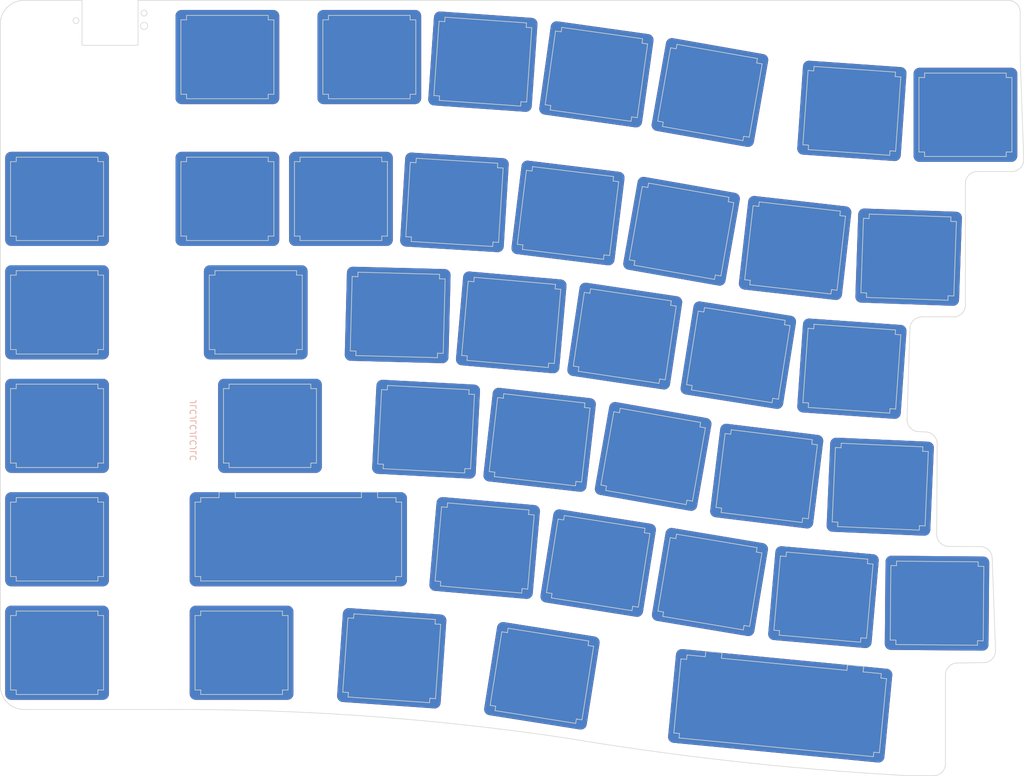
<source format=kicad_pcb>
(kicad_pcb (version 20211014) (generator pcbnew)
  (layers (0 "F.Cu" signal) (31 "B.Cu" signal) (34 "B.Paste" user) (35 "F.Paste" user) (36 "B.SilkS" user "B.Silkscreen") (37 "F.SilkS" user "F.Silkscreen") (38 "B.Mask" user) (39 "F.Mask" user) (44 "Edge.Cuts" user))
  (net 0 "")
  (net 1 "COL0")
  (net 2 "COL1")
  (net 3 "COL6")
  (net 4 "COL5")
  (net 5 "COL4")
  (net 6 "COL3")
  (net 7 "COL2")
  (footprint "Keebio-Parts:MX-Alps_Switch_Cutout" (layer "F.Cu") (at 123.266706 100.564525 177)
    (fp_text reference "SW26" hide)
    (fp_text value "Switch" hide)
    (fp_line (start 6.85 -6.25) (end 7.8 -6.25) (layer "Edge.Cuts") (width 0.12))
    (fp_line (start -6.85 -7) (end 6.85 -7) (layer "Edge.Cuts") (width 0.12))
    (fp_line (start -6.85 7) (end -6.85 6.25) (layer "Edge.Cuts") (width 0.12))
    (fp_line (start -7.8 6.25) (end -7.8 -6.25) (layer "Edge.Cuts") (width 0.12))
    (fp_line (start 7.8 -6.25) (end 7.8 6.25) (layer "Edge.Cuts") (width 0.12))
    (fp_line (start -7.8 -6.25) (end -6.85 -6.25) (layer "Edge.Cuts") (width 0.12))
    (fp_line (start -6.85 -6.25) (end -6.85 -7) (layer "Edge.Cuts") (width 0.12))
    (fp_line (start 6.85 -7) (end 6.85 -6.25) (layer "Edge.Cuts") (width 0.12))
    (fp_line (start -6.85 6.25) (end -7.8 6.25) (layer "Edge.Cuts") (width 0.12))
    (fp_line (start 7.8 6.25) (end 6.85 6.25) (layer "Edge.Cuts") (width 0.12))
    (fp_line (start 6.85 6.25) (end 6.85 7) (layer "Edge.Cuts") (width 0.12))
    (fp_line (start 6.85 7) (end -6.85 7) (layer "Edge.Cuts") (width 0.12))
  )
  (footprint "Keebio-Parts:MX-Alps_Switch_Cutout" (layer "F.Cu") (at 117.504206 139.018525 176)
    (fp_text reference "SW39" hide)
    (fp_text value "Switch" hide)
    (fp_line (start 6.85 6.25) (end 6.85 7) (layer "Edge.Cuts") (width 0.12))
    (fp_line (start -7.8 6.25) (end -7.8 -6.25) (layer "Edge.Cuts") (width 0.12))
    (fp_line (start -6.85 7) (end -6.85 6.25) (layer "Edge.Cuts") (width 0.12))
    (fp_line (start 7.8 -6.25) (end 7.8 6.25) (layer "Edge.Cuts") (width 0.12))
    (fp_line (start 6.85 -7) (end 6.85 -6.25) (layer "Edge.Cuts") (width 0.12))
    (fp_line (start -7.8 -6.25) (end -6.85 -6.25) (layer "Edge.Cuts") (width 0.12))
    (fp_line (start -6.85 -7) (end 6.85 -7) (layer "Edge.Cuts") (width 0.12))
    (fp_line (start 6.85 7) (end -6.85 7) (layer "Edge.Cuts") (width 0.12))
    (fp_line (start -6.85 -6.25) (end -6.85 -7) (layer "Edge.Cuts") (width 0.12))
    (fp_line (start -6.85 6.25) (end -7.8 6.25) (layer "Edge.Cuts") (width 0.12))
    (fp_line (start 7.8 6.25) (end 6.85 6.25) (layer "Edge.Cuts") (width 0.12))
    (fp_line (start 6.85 -6.25) (end 7.8 -6.25) (layer "Edge.Cuts") (width 0.12))
  )
  (footprint "Keebio-Parts:MX-Alps_Switch_Cutout" (layer "F.Cu") (at 170.891706 44.036825 170)
    (fp_text reference "SW3" hide)
    (fp_text value "Switch" hide)
    (fp_line (start 6.85 -6.25) (end 7.8 -6.25) (layer "Edge.Cuts") (width 0.12))
    (fp_line (start -6.85 7) (end -6.85 6.25) (layer "Edge.Cuts") (width 0.12))
    (fp_line (start -7.8 6.25) (end -7.8 -6.25) (layer "Edge.Cuts") (width 0.12))
    (fp_line (start 6.85 6.25) (end 6.85 7) (layer "Edge.Cuts") (width 0.12))
    (fp_line (start 7.8 -6.25) (end 7.8 6.25) (layer "Edge.Cuts") (width 0.12))
    (fp_line (start 6.85 7) (end -6.85 7) (layer "Edge.Cuts") (width 0.12))
    (fp_line (start -6.85 -6.25) (end -6.85 -7) (layer "Edge.Cuts") (width 0.12))
    (fp_line (start -6.85 6.25) (end -7.8 6.25) (layer "Edge.Cuts") (width 0.12))
    (fp_line (start -7.8 -6.25) (end -6.85 -6.25) (layer "Edge.Cuts") (width 0.12))
    (fp_line (start 7.8 6.25) (end 6.85 6.25) (layer "Edge.Cuts") (width 0.12))
    (fp_line (start 6.85 -7) (end 6.85 -6.25) (layer "Edge.Cuts") (width 0.12))
    (fp_line (start -6.85 -7) (end 6.85 -7) (layer "Edge.Cuts") (width 0.12))
  )
  (footprint "Keebio-Parts:MX-Alps_Switch_Cutout" (layer "F.Cu") (at 156.604206 84.930525 171.5)
    (fp_text reference "SW17" hide)
    (fp_text value "Switch" hide)
    (fp_line (start -6.85 -6.25) (end -6.85 -7) (layer "Edge.Cuts") (width 0.12))
    (fp_line (start 6.85 7) (end -6.85 7) (layer "Edge.Cuts") (width 0.12))
    (fp_line (start -6.85 7) (end -6.85 6.25) (layer "Edge.Cuts") (width 0.12))
    (fp_line (start 6.85 -7) (end 6.85 -6.25) (layer "Edge.Cuts") (width 0.12))
    (fp_line (start -7.8 -6.25) (end -6.85 -6.25) (layer "Edge.Cuts") (width 0.12))
    (fp_line (start -6.85 6.25) (end -7.8 6.25) (layer "Edge.Cuts") (width 0.12))
    (fp_line (start 6.85 6.25) (end 6.85 7) (layer "Edge.Cuts") (width 0.12))
    (fp_line (start -6.85 -7) (end 6.85 -7) (layer "Edge.Cuts") (width 0.12))
    (fp_line (start 7.8 -6.25) (end 7.8 6.25) (layer "Edge.Cuts") (width 0.12))
    (fp_line (start 6.85 -6.25) (end 7.8 -6.25) (layer "Edge.Cuts") (width 0.12))
    (fp_line (start 7.8 6.25) (end 6.85 6.25) (layer "Edge.Cuts") (width 0.12))
    (fp_line (start -7.8 6.25) (end -7.8 -6.25) (layer "Edge.Cuts") (width 0.12))
  )
  (footprint "Keebio-Parts:MX-Alps_Switch_Cutout" (layer "F.Cu") (at 204.229206 71.680525 178)
    (fp_text reference "SW8" hide)
    (fp_text value "Switch" hide)
    (fp_line (start -6.85 -6.25) (end -6.85 -7) (layer "Edge.Cuts") (width 0.12))
    (fp_line (start -6.85 6.25) (end -7.8 6.25) (layer "Edge.Cuts") (width 0.12))
    (fp_line (start 7.8 -6.25) (end 7.8 6.25) (layer "Edge.Cuts") (width 0.12))
    (fp_line (start -6.85 7) (end -6.85 6.25) (layer "Edge.Cuts") (width 0.12))
    (fp_line (start -6.85 -7) (end 6.85 -7) (layer "Edge.Cuts") (width 0.12))
    (fp_line (start 6.85 -7) (end 6.85 -6.25) (layer "Edge.Cuts") (width 0.12))
    (fp_line (start -7.8 -6.25) (end -6.85 -6.25) (layer "Edge.Cuts") (width 0.12))
    (fp_line (start -7.8 6.25) (end -7.8 -6.25) (layer "Edge.Cuts") (width 0.12))
    (fp_line (start 7.8 6.25) (end 6.85 6.25) (layer "Edge.Cuts") (width 0.12))
    (fp_line (start 6.85 7) (end -6.85 7) (layer "Edge.Cuts") (width 0.12))
    (fp_line (start 6.85 -6.25) (end 7.8 -6.25) (layer "Edge.Cuts") (width 0.12))
    (fp_line (start 6.85 6.25) (end 6.85 7) (layer "Edge.Cuts") (width 0.12))
  )
  (footprint "Keebio-Parts:MX-Alps_Switch_Cutout" (layer "F.Cu") (at 194.704206 47.118025 176)
    (fp_text reference "SW2" hide)
    (fp_text value "Switch" hide)
    (fp_line (start 6.85 -6.25) (end 7.8 -6.25) (layer "Edge.Cuts") (width 0.12))
    (fp_line (start -6.85 -7) (end 6.85 -7) (layer "Edge.Cuts") (width 0.12))
    (fp_line (start 7.8 -6.25) (end 7.8 6.25) (layer "Edge.Cuts") (width 0.12))
    (fp_line (start 6.85 -7) (end 6.85 -6.25) (layer "Edge.Cuts") (width 0.12))
    (fp_line (start -6.85 7) (end -6.85 6.25) (layer "Edge.Cuts") (width 0.12))
    (fp_line (start 6.85 6.25) (end 6.85 7) (layer "Edge.Cuts") (width 0.12))
    (fp_line (start -7.8 6.25) (end -7.8 -6.25) (layer "Edge.Cuts") (width 0.12))
    (fp_line (start -6.85 6.25) (end -7.8 6.25) (layer "Edge.Cuts") (width 0.12))
    (fp_line (start 6.85 7) (end -6.85 7) (layer "Edge.Cuts") (width 0.12))
    (fp_line (start -6.85 -6.25) (end -6.85 -7) (layer "Edge.Cuts") (width 0.12))
    (fp_line (start -7.8 -6.25) (end -6.85 -6.25) (layer "Edge.Cuts") (width 0.12))
    (fp_line (start 7.8 6.25) (end 6.85 6.25) (layer "Edge.Cuts") (width 0.12))
  )
  (footprint "" (layer "F.Cu") (at 56.274206 33.000525)
    (fp_text reference "")
    (fp_text value "")
  )
  (footprint "Keebio-Parts:MX-Alps_Switch_Cutout" (layer "F.Cu") (at 175.654206 88.130525 171)
    (fp_text reference "SW16" hide)
    (fp_text value "Switch" hide)
    (fp_line (start -6.85 -6.25) (end -6.85 -7) (layer "Edge.Cuts") (width 0.12))
    (fp_line (start 6.85 6.25) (end 6.85 7) (layer "Edge.Cuts") (width 0.12))
    (fp_line (start -6.85 6.25) (end -7.8 6.25) (layer "Edge.Cuts") (width 0.12))
    (fp_line (start 7.8 -6.25) (end 7.8 6.25) (layer "Edge.Cuts") (width 0.12))
    (fp_line (start 7.8 6.25) (end 6.85 6.25) (layer "Edge.Cuts") (width 0.12))
    (fp_line (start 6.85 7) (end -6.85 7) (layer "Edge.Cuts") (width 0.12))
    (fp_line (start 6.85 -7) (end 6.85 -6.25) (layer "Edge.Cuts") (width 0.12))
    (fp_line (start -6.85 7) (end -6.85 6.25) (layer "Edge.Cuts") (width 0.12))
    (fp_line (start -7.8 -6.25) (end -6.85 -6.25) (layer "Edge.Cuts") (width 0.12))
    (fp_line (start -6.85 -7) (end 6.85 -7) (layer "Edge.Cuts") (width 0.12))
    (fp_line (start 6.85 -6.25) (end 7.8 -6.25) (layer "Edge.Cuts") (width 0.12))
    (fp_line (start -7.8 6.25) (end -7.8 -6.25) (layer "Edge.Cuts") (width 0.12))
  )
  (footprint "Keebio-Parts:MX-Alps_Switch_Cutout" (layer "F.Cu") (at 199.466706 110.216525 177.5)
    (fp_text reference "SW22" hide)
    (fp_text value "Switch" hide)
    (fp_line (start 7.8 -6.25) (end 7.8 6.25) (layer "Edge.Cuts") (width 0.12))
    (fp_line (start -7.8 6.25) (end -7.8 -6.25) (layer "Edge.Cuts") (width 0.12))
    (fp_line (start 6.85 6.25) (end 6.85 7) (layer "Edge.Cuts") (width 0.12))
    (fp_line (start 6.85 -6.25) (end 7.8 -6.25) (layer "Edge.Cuts") (width 0.12))
    (fp_line (start -6.85 7) (end -6.85 6.25) (layer "Edge.Cuts") (width 0.12))
    (fp_line (start 6.85 7) (end -6.85 7) (layer "Edge.Cuts") (width 0.12))
    (fp_line (start 7.8 6.25) (end 6.85 6.25) (layer "Edge.Cuts") (width 0.12))
    (fp_line (start -6.85 -6.25) (end -6.85 -7) (layer "Edge.Cuts") (width 0.12))
    (fp_line (start 6.85 -7) (end 6.85 -6.25) (layer "Edge.Cuts") (width 0.12))
    (fp_line (start -6.85 -7) (end 6.85 -7) (layer "Edge.Cuts") (width 0.12))
    (fp_line (start -7.8 -6.25) (end -6.85 -6.25) (layer "Edge.Cuts") (width 0.12))
    (fp_line (start -6.85 6.25) (end -7.8 6.25) (layer "Edge.Cuts") (width 0.12))
  )
  (footprint "Keebio-Parts:MX-Alps_Switch_Cutout" (layer "F.Cu") (at 132.791706 38.855225 176)
    (fp_text reference "SW5" hide)
    (fp_text value "Switch" hide)
    (fp_line (start 6.85 7) (end -6.85 7) (layer "Edge.Cuts") (width 0.12))
    (fp_line (start 7.8 6.25) (end 6.85 6.25) (layer "Edge.Cuts") (width 0.12))
    (fp_line (start 7.8 -6.25) (end 7.8 6.25) (layer "Edge.Cuts") (width 0.12))
    (fp_line (start -6.85 7) (end -6.85 6.25) (layer "Edge.Cuts") (width 0.12))
    (fp_line (start 6.85 -7) (end 6.85 -6.25) (layer "Edge.Cuts") (width 0.12))
    (fp_line (start 6.85 -6.25) (end 7.8 -6.25) (layer "Edge.Cuts") (width 0.12))
    (fp_line (start -7.8 6.25) (end -7.8 -6.25) (layer "Edge.Cuts") (width 0.12))
    (fp_line (start -7.8 -6.25) (end -6.85 -6.25) (layer "Edge.Cuts") (width 0.12))
    (fp_line (start 6.85 6.25) (end 6.85 7) (layer "Edge.Cuts") (width 0.12))
    (fp_line (start -6.85 -7) (end 6.85 -7) (layer "Edge.Cuts") (width 0.12))
    (fp_line (start -6.85 -6.25) (end -6.85 -7) (layer "Edge.Cuts") (width 0.12))
    (fp_line (start -6.85 6.25) (end -7.8 6.25) (layer "Edge.Cuts") (width 0.12))
  )
  (footprint "Keebio-Parts:MX-Alps_Switch_Cutout" (layer "F.Cu") (at 61.354206 99.993025 180)
    (fp_text reference "SW35" hide)
    (fp_text value "Switch" hide)
    (fp_line (start 6.85 7) (end -6.85 7) (layer "Edge.Cuts") (width 0.12))
    (fp_line (start -7.8 6.25) (end -7.8 -6.25) (layer "Edge.Cuts") (width 0.12))
    (fp_line (start 7.8 6.25) (end 6.85 6.25) (layer "Edge.Cuts") (width 0.12))
    (fp_line (start -6.85 -6.25) (end -6.85 -7) (layer "Edge.Cuts") (width 0.12))
    (fp_line (start -6.85 -7) (end 6.85 -7) (layer "Edge.Cuts") (width 0.12))
    (fp_line (start 6.85 6.25) (end 6.85 7) (layer "Edge.Cuts") (width 0.12))
    (fp_line (start -6.85 7) (end -6.85 6.25) (layer "Edge.Cuts") (width 0.12))
    (fp_line (start 6.85 -7) (end 6.85 -6.25) (layer "Edge.Cuts") (width 0.12))
    (fp_line (start 6.85 -6.25) (end 7.8 -6.25) (layer "Edge.Cuts") (width 0.12))
    (fp_line (start -6.85 6.25) (end -7.8 6.25) (layer "Edge.Cuts") (width 0.12))
    (fp_line (start 7.8 -6.25) (end 7.8 6.25) (layer "Edge.Cuts") (width 0.12))
    (fp_line (start -7.8 -6.25) (end -6.85 -6.25) (layer "Edge.Cuts") (width 0.12))
  )
  (footprint "Keebio-Parts:MX-Alps_Switch_Cutout" (layer "F.Cu") (at 61.354206 80.943025 180)
    (fp_text reference "SW28" hide)
    (fp_text value "Switch" hide)
    (fp_line (start -6.85 6.25) (end -7.8 6.25) (layer "Edge.Cuts") (width 0.12))
    (fp_line (start -6.85 7) (end -6.85 6.25) (layer "Edge.Cuts") (width 0.12))
    (fp_line (start 6.85 7) (end -6.85 7) (layer "Edge.Cuts") (width 0.12))
    (fp_line (start 6.85 6.25) (end 6.85 7) (layer "Edge.Cuts") (width 0.12))
    (fp_line (start 6.85 -6.25) (end 7.8 -6.25) (layer "Edge.Cuts") (width 0.12))
    (fp_line (start 7.8 -6.25) (end 7.8 6.25) (layer "Edge.Cuts") (width 0.12))
    (fp_line (start -7.8 -6.25) (end -6.85 -6.25) (layer "Edge.Cuts") (width 0.12))
    (fp_line (start -6.85 -7) (end 6.85 -7) (layer "Edge.Cuts") (width 0.12))
    (fp_line (start -6.85 -6.25) (end -6.85 -7) (layer "Edge.Cuts") (width 0.12))
    (fp_line (start 7.8 6.25) (end 6.85 6.25) (layer "Edge.Cuts") (width 0.12))
    (fp_line (start -7.8 6.25) (end -7.8 -6.25) (layer "Edge.Cuts") (width 0.12))
    (fp_line (start 6.85 -7) (end 6.85 -6.25) (layer "Edge.Cuts") (width 0.12))
  )
  (footprint "Keebio-Parts:MX-Alps_Switch_Cutout" (layer "F.Cu") (at 61.354206 119.043025 180)
    (fp_text reference "SW42" hide)
    (fp_text value "Switch" hide)
    (fp_line (start -6.85 -7) (end 6.85 -7) (layer "Edge.Cuts") (width 0.12))
    (fp_line (start 6.85 7) (end -6.85 7) (layer "Edge.Cuts") (width 0.12))
    (fp_line (start 7.8 6.25) (end 6.85 6.25) (layer "Edge.Cuts") (width 0.12))
    (fp_line (start -6.85 7) (end -6.85 6.25) (layer "Edge.Cuts") (width 0.12))
    (fp_line (start -6.85 -6.25) (end -6.85 -7) (layer "Edge.Cuts") (width 0.12))
    (fp_line (start 7.8 -6.25) (end 7.8 6.25) (layer "Edge.Cuts") (width 0.12))
    (fp_line (start 6.85 -6.25) (end 7.8 -6.25) (layer "Edge.Cuts") (width 0.12))
    (fp_line (start 6.85 6.25) (end 6.85 7) (layer "Edge.Cuts") (width 0.12))
    (fp_line (start 6.85 -7) (end 6.85 -6.25) (layer "Edge.Cuts") (width 0.12))
    (fp_line (start -7.8 -6.25) (end -6.85 -6.25) (layer "Edge.Cuts") (width 0.12))
    (fp_line (start -7.8 6.25) (end -7.8 -6.25) (layer "Edge.Cuts") (width 0.12))
    (fp_line (start -6.85 6.25) (end -7.8 6.25) (layer "Edge.Cuts") (width 0.12))
  )
  (footprint "Keebio-Parts:MX-Alps_Switch_Cutout" (layer "F.Cu") (at 113.741706 38.080525 180)
    (fp_text reference "SW6" hide)
    (fp_text value "Switch" hide)
    (fp_line (start 6.85 6.25) (end 6.85 7) (layer "Edge.Cuts") (width 0.12))
    (fp_line (start 6.85 -7) (end 6.85 -6.25) (layer "Edge.Cuts") (width 0.12))
    (fp_line (start 7.8 -6.25) (end 7.8 6.25) (layer "Edge.Cuts") (width 0.12))
    (fp_line (start -7.8 -6.25) (end -6.85 -6.25) (layer "Edge.Cuts") (width 0.12))
    (fp_line (start -6.85 6.25) (end -7.8 6.25) (layer "Edge.Cuts") (width 0.12))
    (fp_line (start 6.85 -6.25) (end 7.8 -6.25) (layer "Edge.Cuts") (width 0.12))
    (fp_line (start 6.85 7) (end -6.85 7) (layer "Edge.Cuts") (width 0.12))
    (fp_line (start -6.85 -6.25) (end -6.85 -7) (layer "Edge.Cuts") (width 0.12))
    (fp_line (start -7.8 6.25) (end -7.8 -6.25) (layer "Edge.Cuts") (width 0.12))
    (fp_line (start -6.85 -7) (end 6.85 -7) (layer "Edge.Cuts") (width 0.12))
    (fp_line (start 7.8 6.25) (end 6.85 6.25) (layer "Edge.Cuts") (width 0.12))
    (fp_line (start -6.85 7) (end -6.85 6.25) (layer "Edge.Cuts") (width 0.12))
  )
  (footprint "Keebio-Parts:MX-Alps_Switch_Cutout" (layer "F.Cu") (at 89.929206 38.080525 180)
    (fp_text reference "SW7" hide)
    (fp_text value "Switch" hide)
    (fp_line (start 6.85 -7) (end 6.85 -6.25) (layer "Edge.Cuts") (width 0.12))
    (fp_line (start 6.85 6.25) (end 6.85 7) (layer "Edge.Cuts") (width 0.12))
    (fp_line (start 7.8 6.25) (end 6.85 6.25) (layer "Edge.Cuts") (width 0.12))
    (fp_line (start 6.85 -6.25) (end 7.8 -6.25) (layer "Edge.Cuts") (width 0.12))
    (fp_line (start -6.85 7) (end -6.85 6.25) (layer "Edge.Cuts") (width 0.12))
    (fp_line (start 7.8 -6.25) (end 7.8 6.25) (layer "Edge.Cuts") (width 0.12))
    (fp_line (start -6.85 -6.25) (end -6.85 -7) (layer "Edge.Cuts") (width 0.12))
    (fp_line (start -6.85 6.25) (end -7.8 6.25) (layer "Edge.Cuts") (width 0.12))
    (fp_line (start -6.85 -7) (end 6.85 -7) (layer "Edge.Cuts") (width 0.12))
    (fp_line (start -7.8 6.25) (end -7.8 -6.25) (layer "Edge.Cuts") (width 0.12))
    (fp_line (start 6.85 7) (end -6.85 7) (layer "Edge.Cuts") (width 0.12))
    (fp_line (start -7.8 -6.25) (end -6.85 -6.25) (layer "Edge.Cuts") (width 0.12))
  )
  (footprint "Keebio-Parts:MX-Alps_Switch_Cutout" (layer "F.Cu") (at 185.179206 70.135325 173.5)
    (fp_text reference "SW9" hide)
    (fp_text value "Switch" hide)
    (fp_line (start 6.85 -6.25) (end 7.8 -6.25) (layer "Edge.Cuts") (width 0.12))
    (fp_line (start 7.8 6.25) (end 6.85 6.25) (layer "Edge.Cuts") (width 0.12))
    (fp_line (start -6.85 6.25) (end -7.8 6.25) (layer "Edge.Cuts") (width 0.12))
    (fp_line (start -6.85 7) (end -6.85 6.25) (layer "Edge.Cuts") (width 0.12))
    (fp_line (start -6.85 -6.25) (end -6.85 -7) (layer "Edge.Cuts") (width 0.12))
    (fp_line (start -7.8 6.25) (end -7.8 -6.25) (layer "Edge.Cuts") (width 0.12))
    (fp_line (start 6.85 7) (end -6.85 7) (layer "Edge.Cuts") (width 0.12))
    (fp_line (start 7.8 -6.25) (end 7.8 6.25) (layer "Edge.Cuts") (width 0.12))
    (fp_line (start 6.85 -7) (end 6.85 -6.25) (layer "Edge.Cuts") (width 0.12))
    (fp_line (start -6.85 -7) (end 6.85 -7) (layer "Edge.Cuts") (width 0.12))
    (fp_line (start 6.85 6.25) (end 6.85 7) (layer "Edge.Cuts") (width 0.12))
    (fp_line (start -7.8 -6.25) (end -6.85 -6.25) (layer "Edge.Cuts") (width 0.12))
  )
  (footprint "Keebio-Parts:MX-Alps_Switch_Cutout" (layer "F.Cu") (at 189.941706 128.758525 175)
    (fp_text reference "SW30" hide)
    (fp_text value "Switch" hide)
    (fp_line (start 6.85 7) (end -6.85 7) (layer "Edge.Cuts") (width 0.12))
    (fp_line (start 7.8 -6.25) (end 7.8 6.25) (layer "Edge.Cuts") (width 0.12))
    (fp_line (start 7.8 6.25) (end 6.85 6.25) (layer "Edge.Cuts") (width 0.12))
    (fp_line (start -7.8 -6.25) (end -6.85 -6.25) (layer "Edge.Cuts") (width 0.12))
    (fp_line (start -6.85 7) (end -6.85 6.25) (layer "Edge.Cuts") (width 0.12))
    (fp_line (start 6.85 -7) (end 6.85 -6.25) (layer "Edge.Cuts") (width 0.12))
    (fp_line (start -6.85 6.25) (end -7.8 6.25) (layer "Edge.Cuts") (width 0.12))
    (fp_line (start -6.85 -6.25) (end -6.85 -7) (layer "Edge.Cuts") (width 0.12))
    (fp_line (start -7.8 6.25) (end -7.8 -6.25) (layer "Edge.Cuts") (width 0.12))
    (fp_line (start 6.85 -6.25) (end 7.8 -6.25) (layer "Edge.Cuts") (width 0.12))
    (fp_line (start 6.85 6.25) (end 6.85 7) (layer "Edge.Cuts") (width 0.12))
    (fp_line (start -6.85 -7) (end 6.85 -7) (layer "Edge.Cuts") (width 0.12))
  )
  (footprint "Keebio-Parts:MX-Alps_Switch_Cutout-1u_2u" (layer "F.Cu") (at 182.679206 147.000525 174.5)
    (fp_text reference "SW37" hide)
    (fp_text value "Switch" hide)
    (fp_line (start 10.575 7.925) (end 13.3 7.925) (layer "Edge.Cuts") (width 0.12))
    (fp_line (start -17.325 -6.25) (end -17.325 6.25) (layer "Edge.Cuts") (width 0.12))
    (fp_line (start -16.375 7) (end -13.3 7) (layer "Edge.Cuts") (width 0.12))
    (fp_line (start 13.3 7.925) (end 13.3 7) (layer "Edge.Cuts") (width 0.12))
    (fp_line (start 16.375 -6.25) (end 17.325 -6.25) (layer "Edge.Cuts") (width 0.12))
    (fp_line (start 13.3 7) (end 16.375 7) (layer "Edge.Cuts") (width 0.12))
    (fp_line (start -17.325 -6.25) (end -16.375 -6.25) (layer "Edge.Cuts") (width 0.12))
    (fp_line (start 16.375 7) (end 16.375 6.25) (layer "Edge.Cuts") (width 0.12))
    (fp_line (start -16.375 -7) (end 16.375 -7) (layer "Edge.Cuts") (width 0.12))
    (fp_line (start -16.375 6.25) (end -16.375 7) (layer "Edge.Cuts") (width 0.12))
    (fp_line (start 16.375 -7) (end 16.375 -6.25) (layer "Edge.Cuts") (width 0.12))
    (fp_line (start -17.325 6.25) (end -16.375 6.25) (layer "Edge.Cuts") (width 0.12))
    (fp_line (start -13.3 7.925) (end -10.575 7.925) (layer "Edge.Cuts") (width 0.12))
    (fp_line (start -10.575 7) (end 10.575 7) (layer "Edge.Cuts") (width 0.12))
    (fp_line (start -10.575 7.925) (end -10.575 7) (layer "Edge.Cuts") (width 0.12))
    (fp_line (start 10.575 7) (end 10.575 7.925) (layer "Edge.Cuts") (width 0.12))
    (fp_line (start 17.325 -6.25) (end 17.325 6.25) (layer "Edge.Cuts") (width 0.12))
    (fp_line (start -13.3 7) (end -13.3 7.925) (layer "Edge.Cuts") (width 0.12))
    (fp_line (start 16.375 6.25) (end 17.325 6.25) (layer "Edge.Cuts") (width 0.12))
    (fp_line (start -16.375 -6.25) (end -16.375 -7) (layer "Edge.Cuts") (width 0.12))
  )
  (footprint "Keebio-Parts:MX-Alps_Switch_Cutout" (layer "F.Cu") (at 92.310456 138.093025 180)
    (fp_text reference "SW40" hide)
    (fp_text value "Switch" hide)
    (fp_line (start 7.8 -6.25) (end 7.8 6.25) (layer "Edge.Cuts") (width 0.12))
    (fp_line (start -7.8 6.25) (end -7.8 -6.25) (layer "Edge.Cuts") (width 0.12))
    (fp_line (start -7.8 -6.25) (end -6.85 -6.25) (layer "Edge.Cuts") (width 0.12))
    (fp_line (start -6.85 7) (end -6.85 6.25) (layer "Edge.Cuts") (width 0.12))
    (fp_line (start 6.85 -7) (end 6.85 -6.25) (layer "Edge.Cuts") (width 0.12))
    (fp_line (start 7.8 6.25) (end 6.85 6.25) (layer "Edge.Cuts") (width 0.12))
    (fp_line (start 6.85 7) (end -6.85 7) (layer "Edge.Cuts") (width 0.12))
    (fp_line (start -6.85 6.25) (end -7.8 6.25) (layer "Edge.Cuts") (width 0.12))
    (fp_line (start 6.85 6.25) (end 6.85 7) (layer "Edge.Cuts") (width 0.12))
    (fp_line (start -6.85 -6.25) (end -6.85 -7) (layer "Edge.Cuts") (width 0.12))
    (fp_line (start 6.85 -6.25) (end 7.8 -6.25) (layer "Edge.Cuts") (width 0.12))
    (fp_line (start -6.85 -7) (end 6.85 -7) (layer "Edge.Cuts") (width 0.12))
  )
  (footprint "Keebio-Parts:MX-Alps_Switch_Cutout" (layer "F.Cu") (at 213.754206 47.780525 180)
    (fp_text reference "SW1" hide)
    (fp_text value "Switch" hide)
    (fp_line (start 6.85 6.25) (end 6.85 7) (layer "Edge.Cuts") (width 0.12))
    (fp_line (start -6.85 7) (end -6.85 6.25) (layer "Edge.Cuts") (width 0.12))
    (fp_line (start -7.8 6.25) (end -7.8 -6.25) (layer "Edge.Cuts") (width 0.12))
    (fp_line (start 6.85 -7) (end 6.85 -6.25) (layer "Edge.Cuts") (width 0.12))
    (fp_line (start -6.85 -6.25) (end -6.85 -7) (layer "Edge.Cuts") (width 0.12))
    (fp_line (start 6.85 7) (end -6.85 7) (layer "Edge.Cuts") (width 0.12))
    (fp_line (start 7.8 -6.25) (end 7.8 6.25) (layer "Edge.Cuts") (width 0.12))
    (fp_line (start -6.85 -7) (end 6.85 -7) (layer "Edge.Cuts") (width 0.12))
    (fp_line (start 7.8 6.25) (end 6.85 6.25) (layer "Edge.Cuts") (width 0.12))
    (fp_line (start -7.8 -6.25) (end -6.85 -6.25) (layer "Edge.Cuts") (width 0.12))
    (fp_line (start -6.85 6.25) (end -7.8 6.25) (layer "Edge.Cuts") (width 0.12))
    (fp_line (start 6.85 -6.25) (end 7.8 -6.25) (layer "Edge.Cuts") (width 0.12))
  )
  (footprint "Keebio-Parts:MX-Alps_Switch_Cutout" (layer "F.Cu") (at 94.691706 80.943025 180)
    (fp_text reference "SW20" hide)
    (fp_text value "Switch" hide)
    (fp_line (start -7.8 -6.25) (end -6.85 -6.25) (layer "Edge.Cuts") (width 0.12))
    (fp_line (start 7.8 -6.25) (end 7.8 6.25) (layer "Edge.Cuts") (width 0.12))
    (fp_line (start 6.85 -6.25) (end 7.8 -6.25) (layer "Edge.Cuts") (width 0.12))
    (fp_line (start -6.85 -7) (end 6.85 -7) (layer "Edge.Cuts") (width 0.12))
    (fp_line (start 6.85 6.25) (end 6.85 7) (layer "Edge.Cuts") (width 0.12))
    (fp_line (start -6.85 7) (end -6.85 6.25) (layer "Edge.Cuts") (width 0.12))
    (fp_line (start -7.8 6.25) (end -7.8 -6.25) (layer "Edge.Cuts") (width 0.12))
    (fp_line (start 7.8 6.25) (end 6.85 6.25) (layer "Edge.Cuts") (width 0.12))
    (fp_line (start -6.85 6.25) (end -7.8 6.25) (layer "Edge.Cuts") (width 0.12))
    (fp_line (start 6.85 -7) (end 6.85 -6.25) (layer "Edge.Cuts") (width 0.12))
    (fp_line (start -6.85 -6.25) (end -6.85 -7) (layer "Edge.Cuts") (width 0.12))
    (fp_line (start 6.85 7) (end -6.85 7) (layer "Edge.Cuts") (width 0.12))
  )
  (footprint "Keebio-Parts:MX-Alps_Switch_Cutout" (layer "F.Cu") (at 208.991706 129.774525 179.5)
    (fp_text reference "SW29" hide)
    (fp_text value "Switch" hide)
    (fp_line (start -7.8 6.25) (end -7.8 -6.25) (layer "Edge.Cuts") (width 0.12))
    (fp_line (start 6.85 -6.25) (end 7.8 -6.25) (layer "Edge.Cuts") (width 0.12))
    (fp_line (start -6.85 7) (end -6.85 6.25) (layer "Edge.Cuts") (width 0.12))
    (fp_line (start 6.85 6.25) (end 6.85 7) (layer "Edge.Cuts") (width 0.12))
    (fp_line (start -7.8 -6.25) (end -6.85 -6.25) (layer "Edge.Cuts") (width 0.12))
    (fp_line (start 6.85 7) (end -6.85 7) (layer "Edge.Cuts") (width 0.12))
    (fp_line (start -6.85 6.25) (end -7.8 6.25) (layer "Edge.Cuts") (width 0.12))
    (fp_line (start 7.8 -6.25) (end 7.8 6.25) (layer "Edge.Cuts") (width 0.12))
    (fp_line (start -6.85 -7) (end 6.85 -7) (layer "Edge.Cuts") (width 0.12))
    (fp_line (start -6.85 -6.25) (end -6.85 -7) (layer "Edge.Cuts") (width 0.12))
    (fp_line (start 7.8 6.25) (end 6.85 6.25) (layer "Edge.Cuts") (width 0.12))
    (fp_line (start 6.85 -7) (end 6.85 -6.25) (layer "Edge.Cuts") (width 0.12))
  )
  (footprint "Keebio-Parts:MX-Alps_Switch_Cutout" (layer "F.Cu") (at 152.141706 123.043525 171)
    (fp_text reference "SW32" hide)
    (fp_text value "Switch" hide)
    (fp_line (start -6.85 -6.25) (end -6.85 -7) (layer "Edge.Cuts") (width 0.12))
    (fp_line (start 6.85 -6.25) (end 7.8 -6.25) (layer "Edge.Cuts") (width 0.12))
    (fp_line (start 7.8 -6.25) (end 7.8 6.25) (layer "Edge.Cuts") (width 0.12))
    (fp_line (start 6.85 6.25) (end 6.85 7) (layer "Edge.Cuts") (width 0.12))
    (fp_line (start 6.85 7) (end -6.85 7) (layer "Edge.Cuts") (width 0.12))
    (fp_line (start 6.85 -7) (end 6.85 -6.25) (layer "Edge.Cuts") (width 0.12))
    (fp_line (start -7.8 -6.25) (end -6.85 -6.25) (layer "Edge.Cuts") (width 0.12))
    (fp_line (start -6.85 7) (end -6.85 6.25) (layer "Edge.Cuts") (width 0.12))
    (fp_line (start 7.8 6.25) (end 6.85 6.25) (layer "Edge.Cuts") (width 0.12))
    (fp_line (start -6.85 6.25) (end -7.8 6.25) (layer "Edge.Cuts") (width 0.12))
    (fp_line (start -7.8 6.25) (end -7.8 -6.25) (layer "Edge.Cuts") (width 0.12))
    (fp_line (start -6.85 -7) (end 6.85 -7) (layer "Edge.Cuts") (width 0.12))
  )
  (footprint "Keebio-Parts:MX-Alps_Switch_Cutout" (layer "F.Cu") (at 61.354206 138.093025 180)
    (fp_text reference "SW41" hide)
    (fp_text value "Switch" hide)
    (fp_line (start 6.85 6.25) (end 6.85 7) (layer "Edge.Cuts") (width 0.12))
    (fp_line (start 6.85 7) (end -6.85 7) (layer "Edge.Cuts") (width 0.12))
    (fp_line (start -6.85 -6.25) (end -6.85 -7) (layer "Edge.Cuts") (width 0.12))
    (fp_line (start 7.8 -6.25) (end 7.8 6.25) (layer "Edge.Cuts") (width 0.12))
    (fp_line (start -7.8 6.25) (end -7.8 -6.25) (layer "Edge.Cuts") (width 0.12))
    (fp_line (start 6.85 -6.25) (end 7.8 -6.25) (layer "Edge.Cuts") (width 0.12))
    (fp_line (start -6.85 6.25) (end -7.8 6.25) (layer "Edge.Cuts") (width 0.12))
    (fp_line (start 7.8 6.25) (end 6.85 6.25) (layer "Edge.Cuts") (width 0.12))
    (fp_line (start -6.85 -7) (end 6.85 -7) (layer "Edge.Cuts") (width 0.12))
    (fp_line (start -6.85 7) (end -6.85 6.25) (layer "Edge.Cuts") (width 0.12))
    (fp_line (start 6.85 -7) (end 6.85 -6.25) (layer "Edge.Cuts") (width 0.12))
    (fp_line (start -7.8 -6.25) (end -6.85 -6.25) (layer "Edge.Cuts") (width 0.12))
  )
  (footprint "Keebio-Parts:MX-Alps_Switch_Cutout" (layer "F.Cu") (at 133.091706 120.503525 175)
    (fp_text reference "SW33" hide)
    (fp_text value "Switch" hide)
    (fp_line (start 6.85 7) (end -6.85 7) (layer "Edge.Cuts") (width 0.12))
    (fp_line (start -6.85 7) (end -6.85 6.25) (layer "Edge.Cuts") (width 0.12))
    (fp_line (start -6.85 6.25) (end -7.8 6.25) (layer "Edge.Cuts") (width 0.12))
    (fp_line (start 7.8 6.25) (end 6.85 6.25) (layer "Edge.Cuts") (width 0.12))
    (fp_line (start -6.85 -6.25) (end -6.85 -7) (layer "Edge.Cuts") (width 0.12))
    (fp_line (start 6.85 -6.25) (end 7.8 -6.25) (layer "Edge.Cuts") (width 0.12))
    (fp_line (start 7.8 -6.25) (end 7.8 6.25) (layer "Edge.Cuts") (width 0.12))
    (fp_line (start 6.85 6.25) (end 6.85 7) (layer "Edge.Cuts") (width 0.12))
    (fp_line (start 6.85 -7) (end 6.85 -6.25) (layer "Edge.Cuts") (width 0.12))
    (fp_line (start -6.85 -7) (end 6.85 -7) (layer "Edge.Cuts") (width 0.12))
    (fp_line (start -7.8 -6.25) (end -6.85 -6.25) (layer "Edge.Cuts") (width 0.12))
    (fp_line (start -7.8 6.25) (end -7.8 -6.25) (layer "Edge.Cuts") (width 0.12))
  )
  (footprint "Keebio-Parts:MX-Alps_Switch_Cutout" (layer "F.Cu") (at 89.929206 61.893025 180)
    (fp_text reference "SW14" hide)
    (fp_text value "Switch" hide)
    (fp_line (start 6.85 -7) (end 6.85 -6.25) (layer "Edge.Cuts") (width 0.12))
    (fp_line (start -6.85 6.25) (end -7.8 6.25) (layer "Edge.Cuts") (width 0.12))
    (fp_line (start 7.8 -6.25) (end 7.8 6.25) (layer "Edge.Cuts") (width 0.12))
    (fp_line (start 7.8 6.25) (end 6.85 6.25) (layer "Edge.Cuts") (width 0.12))
    (fp_line (start -6.85 7) (end -6.85 6.25) (layer "Edge.Cuts") (width 0.12))
    (fp_line (start -7.8 6.25) (end -7.8 -6.25) (layer "Edge.Cuts") (width 0.12))
    (fp_line (start -6.85 -6.25) (end -6.85 -7) (layer "Edge.Cuts") (width 0.12))
    (fp_line (start 6.85 6.25) (end 6.85 7) (layer "Edge.Cuts") (width 0.12))
    (fp_line (start 6.85 7) (end -6.85 7) (layer "Edge.Cuts") (width 0.12))
    (fp_line (start -6.85 -7) (end 6.85 -7) (layer "Edge.Cuts") (width 0.12))
    (fp_line (start -7.8 -6.25) (end -6.85 -6.25) (layer "Edge.Cuts") (width 0.12))
    (fp_line (start 6.85 -6.25) (end 7.8 -6.25) (layer "Edge.Cuts") (width 0.12))
  )
  (footprint "" (layer "F.Cu") (at 101.829206 45.242525)
    (fp_text reference "")
    (fp_text value "")
  )
  (footprint "Keebio-Parts:MX-Alps_Switch_Cutout" (layer "F.Cu") (at 147.079206 64.260525 173)
    (fp_text reference "SW11" hide)
    (fp_text value "Switch" hide)
    (fp_line (start 6.85 6.25) (end 6.85 7) (layer "Edge.Cuts") (width 0.12))
    (fp_line (start 6.85 -6.25) (end 7.8 -6.25) (layer "Edge.Cuts") (width 0.12))
    (fp_line (start 6.85 7) (end -6.85 7) (layer "Edge.Cuts") (width 0.12))
    (fp_line (start -6.85 -7) (end 6.85 -7) (layer "Edge.Cuts") (width 0.12))
    (fp_line (start -7.8 -6.25) (end -6.85 -6.25) (layer "Edge.Cuts") (width 0.12))
    (fp_line (start 7.8 6.25) (end 6.85 6.25) (layer "Edge.Cuts") (width 0.12))
    (fp_line (start 7.8 -6.25) (end 7.8 6.25) (layer "Edge.Cuts") (width 0.12))
    (fp_line (start -6.85 6.25) (end -7.8 6.25) (layer "Edge.Cuts") (width 0.12))
    (fp_line (start 6.85 -7) (end 6.85 -6.25) (layer "Edge.Cuts") (width 0.12))
    (fp_line (start -6.85 7) (end -6.85 6.25) (layer "Edge.Cuts") (width 0.12))
    (fp_line (start -7.8 6.25) (end -7.8 -6.25) (layer "Edge.Cuts") (width 0.12))
    (fp_line (start -6.85 -6.25) (end -6.85 -7) (layer "Edge.Cuts") (width 0.12))
  )
  (footprint "Keebio-Parts:MX-Alps_Switch_Cutout" (layer "F.Cu") (at 142.697956 141.966525 171)
    (fp_text reference "SW38" hide)
    (fp_text value "Switch" hide)
    (fp_line (start -7.8 -6.25) (end -6.85 -6.25) (layer "Edge.Cuts") (width 0.12))
    (fp_line (start 7.8 6.25) (end 6.85 6.25) (layer "Edge.Cuts") (width 0.12))
    (fp_line (start 7.8 -6.25) (end 7.8 6.25) (layer "Edge.Cuts") (width 0.12))
    (fp_line (start 6.85 -7) (end 6.85 -6.25) (layer "Edge.Cuts") (width 0.12))
    (fp_line (start -6.85 6.25) (end -7.8 6.25) (layer "Edge.Cuts") (width 0.12))
    (fp_line (start 6.85 -6.25) (end 7.8 -6.25) (layer "Edge.Cuts") (width 0.12))
    (fp_line (start -6.85 -7) (end 6.85 -7) (layer "Edge.Cuts") (width 0.12))
    (fp_line (start -6.85 7) (end -6.85 6.25) (layer "Edge.Cuts") (width 0.12))
    (fp_line (start -7.8 6.25) (end -7.8 -6.25) (layer "Edge.Cuts") (width 0.12))
    (fp_line (start 6.85 6.25) (end 6.85 7) (layer "Edge.Cuts") (width 0.12))
    (fp_line (start 6.85 7) (end -6.85 7) (layer "Edge.Cuts") (width 0.12))
    (fp_line (start -6.85 -6.25) (end -6.85 -7) (layer "Edge.Cuts") (width 0.12))
  )
  (footprint "Keebio-Parts:MX-Alps_Switch_Cutout" (layer "F.Cu") (at 194.704206 90.404525 176)
    (fp_text reference "SW15" hide)
    (fp_text value "Switch" hide)
    (fp_line (start -6.85 7) (end -6.85 6.25) (layer "Edge.Cuts") (width 0.12))
    (fp_line (start 7.8 6.25) (end 6.85 6.25) (layer "Edge.Cuts") (width 0.12))
    (fp_line (start -6.85 -7) (end 6.85 -7) (layer "Edge.Cuts") (width 0.12))
    (fp_line (start 6.85 6.25) (end 6.85 7) (layer "Edge.Cuts") (width 0.12))
    (fp_line (start -7.8 -6.25) (end -6.85 -6.25) (layer "Edge.Cuts") (width 0.12))
    (fp_line (start -6.85 6.25) (end -7.8 6.25) (layer "Edge.Cuts") (width 0.12))
    (fp_line (start 7.8 -6.25) (end 7.8 6.25) (layer "Edge.Cuts") (width 0.12))
    (fp_line (start 6.85 -7) (end 6.85 -6.25) (layer "Edge.Cuts") (width 0.12))
    (fp_line (start -7.8 6.25) (end -7.8 -6.25) (layer "Edge.Cuts") (width 0.12))
    (fp_line (start 6.85 -6.25) (end 7.8 -6.25) (layer "Edge.Cuts") (width 0.12))
    (fp_line (start -6.85 -6.25) (end -6.85 -7) (layer "Edge.Cuts") (width 0.12))
    (fp_line (start 6.85 7) (end -6.85 7) (layer "Edge.Cuts") (width 0.12))
  )
  (footprint "" (layer "F.Cu") (at 158.711706 143.742525)
    (fp_text reference "")
    (fp_text value "")
  )
  (footprint "Keebio-Parts:MX-Alps_Switch_Cutout" (layer "F.Cu") (at 61.354206 61.893025 180)
    (fp_text reference "SW21" hide)
    (fp_text value "Switch" hide)
    (fp_line (start 6.85 -7) (end 6.85 -6.25) (layer "Edge.Cuts") (width 0.12))
    (fp_line (start 7.8 -6.25) (end 7.8 6.25) (layer "Edge.Cuts") (width 0.12))
    (fp_line (start 7.8 6.25) (end 6.85 6.25) (layer "Edge.Cuts") (width 0.12))
    (fp_line (start -7.8 -6.25) (end -6.85 -6.25) (layer "Edge.Cuts") (width 0.12))
    (fp_line (start -6.85 -7) (end 6.85 -7) (layer "Edge.Cuts") (width 0.12))
    (fp_line (start -7.8 6.25) (end -7.8 -6.25) (layer "Edge.Cuts") (width 0.12))
    (fp_line (start 6.85 7) (end -6.85 7) (layer "Edge.Cuts") (width 0.12))
    (fp_line (start -6.85 7) (end -6.85 6.25) (layer "Edge.Cuts") (width 0.12))
    (fp_line (start 6.85 6.25) (end 6.85 7) (layer "Edge.Cuts") (width 0.12))
    (fp_line (start 6.85 -6.25) (end 7.8 -6.25) (layer "Edge.Cuts") (width 0.12))
    (fp_line (start -6.85 -6.25) (end -6.85 -7) (layer "Edge.Cuts") (width 0.12))
    (fp_line (start -6.85 6.25) (end -7.8 6.25) (layer "Edge.Cuts") (width 0.12))
  )
  (footprint "" (layer "F.Cu") (at 205.816706 142.618025)
    (fp_text reference "")
    (fp_text value "")
  )
  (footprint "Keebio-Parts:MX-Alps_Switch_Cutout" (layer "F.Cu") (at 170.891706 126.218525 170.5)
    (fp_text reference "SW31" hide)
    (fp_text value "Switch" hide)
    (fp_line (start 6.85 7) (end -6.85 7) (layer "Edge.Cuts") (width 0.12))
    (fp_line (start 6.85 6.25) (end 6.85 7) (layer "Edge.Cuts") (width 0.12))
    (fp_line (start 7.8 6.25) (end 6.85 6.25) (layer "Edge.Cuts") (width 0.12))
    (fp_line (start -6.85 6.25) (end -7.8 6.25) (layer "Edge.Cuts") (width 0.12))
    (fp_line (start -6.85 -7) (end 6.85 -7) (layer "Edge.Cuts") (width 0.12))
    (fp_line (start 7.8 -6.25) (end 7.8 6.25) (layer "Edge.Cuts") (width 0.12))
    (fp_line (start -7.8 -6.25) (end -6.85 -6.25) (layer "Edge.Cuts") (width 0.12))
    (fp_line (start -6.85 -6.25) (end -6.85 -7) (layer "Edge.Cuts") (width 0.12))
    (fp_line (start 6.85 -6.25) (end 7.8 -6.25) (layer "Edge.Cuts") (width 0.12))
    (fp_line (start 6.85 -7) (end 6.85 -6.25) (layer "Edge.Cuts") (width 0.12))
    (fp_line (start -7.8 6.25) (end -7.8 -6.25) (layer "Edge.Cuts") (width 0.12))
    (fp_line (start -6.85 7) (end -6.85 6.25) (layer "Edge.Cuts") (width 0.12))
  )
  (footprint "Keebio-Parts:MX-Alps_Switch_Cutout" (layer "F.Cu") (at 128.029206 62.480525 176.5)
    (fp_text reference "SW12" hide)
    (fp_text value "Switch" hide)
    (fp_line (start 7.8 -6.25) (end 7.8 6.25) (layer "Edge.Cuts") (width 0.12))
    (fp_line (start 7.8 6.25) (end 6.85 6.25) (layer "Edge.Cuts") (width 0.12))
    (fp_line (start -6.85 -6.25) (end -6.85 -7) (layer "Edge.Cuts") (width 0.12))
    (fp_line (start 6.85 6.25) (end 6.85 7) (layer "Edge.Cuts") (width 0.12))
    (fp_line (start -7.8 -6.25) (end -6.85 -6.25) (layer "Edge.Cuts") (width 0.12))
    (fp_line (start -6.85 -7) (end 6.85 -7) (layer "Edge.Cuts") (width 0.12))
    (fp_line (start 6.85 -6.25) (end 7.8 -6.25) (layer "Edge.Cuts") (width 0.12))
    (fp_line (start 6.85 -7) (end 6.85 -6.25) (layer "Edge.Cuts") (width 0.12))
    (fp_line (start 6.85 7) (end -6.85 7) (layer "Edge.Cuts") (width 0.12))
    (fp_line (start -7.8 6.25) (end -7.8 -6.25) (layer "Edge.Cuts") (width 0.12))
    (fp_line (start -6.85 6.25) (end -7.8 6.25) (layer "Edge.Cuts") (width 0.12))
    (fp_line (start -6.85 7) (end -6.85 6.25) (layer "Edge.Cuts") (width 0.12))
  )
  (footprint "Keebio-Parts:MX-Alps_Switch_Cutout" (layer "F.Cu") (at 166.129206 67.330525 170)
    (fp_text reference "SW10" hide)
    (fp_text value "Switch" hide)
    (fp_line (start 6.85 7) (end -6.85 7) (layer "Edge.Cuts") (width 0.12))
    (fp_line (start -6.85 7) (end -6.85 6.25) (layer "Edge.Cuts") (width 0.12))
    (fp_line (start 6.85 6.25) (end 6.85 7) (layer "Edge.Cuts") (width 0.12))
    (fp_line (start -7.8 -6.25) (end -6.85 -6.25) (layer "Edge.Cuts") (width 0.12))
    (fp_line (start -7.8 6.25) (end -7.8 -6.25) (layer "Edge.Cuts") (width 0.12))
    (fp_line (start 7.8 -6.25) (end 7.8 6.25) (layer "Edge.Cuts") (width 0.12))
    (fp_line (start -6.85 6.25) (end -7.8 6.25) (layer "Edge.Cuts") (width 0.12))
    (fp_line (start -6.85 -6.25) (end -6.85 -7) (layer "Edge.Cuts") (width 0.12))
    (fp_line (start -6.85 -7) (end 6.85 -7) (layer "Edge.Cuts") (width 0.12))
    (fp_line (start 6.85 -6.25) (end 7.8 -6.25) (layer "Edge.Cuts") (width 0.12))
    (fp_line (start 7.8 6.25) (end 6.85 6.25) (layer "Edge.Cuts") (width 0.12))
    (fp_line (start 6.85 -7) (end 6.85 -6.25) (layer "Edge.Cuts") (width 0.12))
  )
  (footprint "Keebio-Parts:MX-Alps_Switch_Cutout" (layer "F.Cu") (at 180.416706 108.438525 173)
    (fp_text reference "SW23" hide)
    (fp_text value "Switch" hide)
    (fp_line (start -6.85 7) (end -6.85 6.25) (layer "Edge.Cuts") (width 0.12))
    (fp_line (start 6.85 -6.25) (end 7.8 -6.25) (layer "Edge.Cuts") (width 0.12))
    (fp_line (start 6.85 7) (end -6.85 7) (layer "Edge.Cuts") (width 0.12))
    (fp_line (start -7.8 6.25) (end -7.8 -6.25) (layer "Edge.Cuts") (width 0.12))
    (fp_line (start 7.8 6.25) (end 6.85 6.25) (layer "Edge.Cuts") (width 0.12))
    (fp_line (start -6.85 -7) (end 6.85 -7) (layer "Edge.Cuts") (width 0.12))
    (fp_line (start 6.85 6.25) (end 6.85 7) (layer "Edge.Cuts") (width 0.12))
    (fp_line (start -6.85 6.25) (end -7.8 6.25) (layer "Edge.Cuts") (width 0.12))
    (fp_line (start 6.85 -7) (end 6.85 -6.25) (layer "Edge.Cuts") (width 0.12))
    (fp_line (start -6.85 -6.25) (end -6.85 -7) (layer "Edge.Cuts") (width 0.12))
    (fp_line (start -7.8 -6.25) (end -6.85 -6.25) (layer "Edge.Cuts") (width 0.12))
    (fp_line (start 7.8 -6.25) (end 7.8 6.25) (layer "Edge.Cuts") (width 0.12))
  )
  (footprint "Keebio-Parts:MX-Alps_Switch_Cutout-1u_2u" (layer "F.Cu") (at 101.835456 119.043025 180)
    (fp_text reference "SW34" hide)
    (fp_text value "Switch" hide)
    (fp_line (start 17.325 -6.25) (end 17.325 6.25) (layer "Edge.Cuts") (width 0.12))
    (fp_line (start -16.375 -7) (end 16.375 -7) (layer "Edge.Cuts") (width 0.12))
    (fp_line (start -16.375 7) (end -13.3 7) (layer "Edge.Cuts") (width 0.12))
    (fp_line (start 16.375 7) (end 16.375 6.25) (layer "Edge.Cuts") (width 0.12))
    (fp_line (start -17.325 -6.25) (end -16.375 -6.25) (layer "Edge.Cuts") (width 0.12))
    (fp_line (start -17.325 -6.25) (end -17.325 6.25) (layer "Edge.Cuts") (width 0.12))
    (fp_line (start 16.375 6.25) (end 17.325 6.25) (layer "Edge.Cuts") (width 0.12))
    (fp_line (start -13.3 7.925) (end -10.575 7.925) (layer "Edge.Cuts") (width 0.12))
    (fp_line (start -10.575 7.925) (end -10.575 7) (layer "Edge.Cuts") (width 0.12))
    (fp_line (start -13.3 7) (end -13.3 7.925) (layer "Edge.Cuts") (width 0.12))
    (fp_line (start 13.3 7.925) (end 13.3 7) (layer "Edge.Cuts") (width 0.12))
    (fp_line (start -16.375 -6.25) (end -16.375 -7) (layer "Edge.Cuts") (width 0.12))
    (fp_line (start -17.325 6.25) (end -16.375 6.25) (layer "Edge.Cuts") (width 0.12))
    (fp_line (start 16.375 -6.25) (end 17.325 -6.25) (layer "Edge.Cuts") (width 0.12))
    (fp_line (start 16.375 -7) (end 16.375 -6.25) (layer "Edge.Cuts") (width 0.12))
    (fp_line (start 10.575 7) (end 10.575 7.925) (layer "Edge.Cuts") (width 0.12))
    (fp_line (start -10.575 7) (end 10.575 7) (layer "Edge.Cuts") (width 0.12))
    (fp_line (start 10.575 7.925) (end 13.3 7.925) (layer "Edge.Cuts") (width 0.12))
    (fp_line (start 13.3 7) (end 16.375 7) (layer "Edge.Cuts") (width 0.12))
    (fp_line (start -16.375 6.25) (end -16.375 7) (layer "Edge.Cuts") (width 0.12))
  )
  (footprint "Keebio-Parts:MX-Alps_Switch_Cutout" (layer "F.Cu") (at 118.504206 81.380525 178.5)
    (fp_text reference "SW19" hide)
    (fp_text value "Switch" hide)
    (fp_line (start 6.85 -6.25) (end 7.8 -6.25) (layer "Edge.Cuts") (width 0.12))
    (fp_line (start -6.85 6.25) (end -7.8 6.25) (layer "Edge.Cuts") (width 0.12))
    (fp_line (start -7.8 -6.25) (end -6.85 -6.25) (layer "Edge.Cuts") (width 0.12))
    (fp_line (start -6.85 7) (end -6.85 6.25) (layer "Edge.Cuts") (width 0.12))
    (fp_line (start 6.85 7) (end -6.85 7) (layer "Edge.Cuts") (width 0.12))
    (fp_line (start 7.8 6.25) (end 6.85 6.25) (layer "Edge.Cuts") (width 0.12))
    (fp_line (start -6.85 -6.25) (end -6.85 -7) (layer "Edge.Cuts") (width 0.12))
    (fp_line (start -7.8 6.25) (end -7.8 -6.25) (layer "Edge.Cuts") (width 0.12))
    (fp_line (start 6.85 6.25) (end 6.85 7) (layer "Edge.Cuts") (width 0.12))
    (fp_line (start 7.8 -6.25) (end 7.8 6.25) (layer "Edge.Cuts") (width 0.12))
    (fp_line (start -6.85 -7) (end 6.85 -7) (layer "Edge.Cuts") (width 0.12))
    (fp_line (start 6.85 -7) (end 6.85 -6.25) (layer "Edge.Cuts") (width 0.12))
  )
  (footprint "Keebio-Parts:MX-Alps_Switch_Cutout" (layer "F.Cu") (at 108.979206 61.893025 180)
    (fp_text reference "SW13" hide)
    (fp_text value "Switch" hide)
    (fp_line (start -7.8 6.25) (end -7.8 -6.25) (layer "Edge.Cuts") (width 0.12))
    (fp_line (start -6.85 6.25) (end -7.8 6.25) (layer "Edge.Cuts") (width 0.12))
    (fp_line (start -7.8 -6.25) (end -6.85 -6.25) (layer "Edge.Cuts") (width 0.12))
    (fp_line (start -6.85 -7) (end 6.85 -7) (layer "Edge.Cuts") (width 0.12))
    (fp_line (start -6.85 7) (end -6.85 6.25) (layer "Edge.Cuts") (width 0.12))
    (fp_line (start 7.8 -6.25) (end 7.8 6.25) (layer "Edge.Cuts") (width 0.12))
    (fp_line (start 6.85 -7) (end 6.85 -6.25) (layer "Edge.Cuts") (width 0.12))
    (fp_line (start 6.85 -6.25) (end 7.8 -6.25) (layer "Edge.Cuts") (width 0.12))
    (fp_line (start 6.85 6.25) (end 6.85 7) (layer "Edge.Cuts") (width 0.12))
    (fp_line (start -6.85 -6.25) (end -6.85 -7) (layer "Edge.Cuts") (width 0.12))
    (fp_line (start 7.8 6.25) (end 6.85 6.25) (layer "Edge.Cuts") (width 0.12))
    (fp_line (start 6.85 7) (end -6.85 7) (layer "Edge.Cuts") (width 0.12))
  )
  (footprint "" (layer "F.Cu") (at 200.711706 33.000525)
    (fp_text reference "")
    (fp_text value "")
  )
  (footprint "Keebio-Parts:MX-Alps_Switch_Cutout" (layer "F.Cu") (at 137.554206 82.630525 175)
    (fp_text reference "SW18" hide)
    (fp_text value "Switch" hide)
    (fp_line (start -6.85 7) (end -6.85 6.25) (layer "Edge.Cuts") (width 0.12))
    (fp_line (start 7.8 -6.25) (end 7.8 6.25) (layer "Edge.Cuts") (width 0.12))
    (fp_line (start 6.85 7) (end -6.85 7) (layer "Edge.Cuts") (width 0.12))
    (fp_line (start 7.8 6.25) (end 6.85 6.25) (layer "Edge.Cuts") (width 0.12))
    (fp_line (start -7.8 -6.25) (end -6.85 -6.25) (layer "Edge.Cuts") (width 0.12))
    (fp_line (start -6.85 6.25) (end -7.8 6.25) (layer "Edge.Cuts") (width 0.12))
    (fp_line (start 6.85 -7) (end 6.85 -6.25) (layer "Edge.Cuts") (width 0.12))
    (fp_line (start 6.85 6.25) (end 6.85 7) (layer "Edge.Cuts") (width 0.12))
    (fp_line (start -6.85 -7) (end 6.85 -7) (layer "Edge.Cuts") (width 0.12))
    (fp_line (start 6.85 -6.25) (end 7.8 -6.25) (layer "Edge.Cuts") (width 0.12))
    (fp_line (start -6.85 -6.25) (end -6.85 -7) (layer "Edge.Cuts") (width 0.12))
    (fp_line (start -7.8 6.25) (end -7.8 -6.25) (layer "Edge.Cuts") (width 0.12))
  )
  (footprint "Keebio-Parts:MX-Alps_Switch_Cutout" (layer "F.Cu") (at 142.316706 102.342525 173.5)
    (fp_text reference "SW25" hide)
    (fp_text value "Switch" hide)
    (fp_line (start -6.85 6.25) (end -7.8 6.25) (layer "Edge.Cuts") (width 0.12))
    (fp_line (start 6.85 7) (end -6.85 7) (layer "Edge.Cuts") (width 0.12))
    (fp_line (start 6.85 6.25) (end 6.85 7) (layer "Edge.Cuts") (width 0.12))
    (fp_line (start -7.8 -6.25) (end -6.85 -6.25) (layer "Edge.Cuts") (width 0.12))
    (fp_line (start 7.8 6.25) (end 6.85 6.25) (layer "Edge.Cuts") (width 0.12))
    (fp_line (start -6.85 -6.25) (end -6.85 -7) (layer "Edge.Cuts") (width 0.12))
    (fp_line (start -6.85 7) (end -6.85 6.25) (layer "Edge.Cuts") (width 0.12))
    (fp_line (start -7.8 6.25) (end -7.8 -6.25) (layer "Edge.Cuts") (width 0.12))
    (fp_line (start -6.85 -7) (end 6.85 -7) (layer "Edge.Cuts") (width 0.12))
    (fp_line (start 7.8 -6.25) (end 7.8 6.25) (layer "Edge.Cuts") (width 0.12))
    (fp_line (start 6.85 -6.25) (end 7.8 -6.25) (layer "Edge.Cuts") (width 0.12))
    (fp_line (start 6.85 -7) (end 6.85 -6.25) (layer "Edge.Cuts") (width 0.12))
  )
  (footprint "Keebio-Parts:MX-Alps_Switch_Cutout" (layer "F.Cu") (at 97.072956 99.993025 180)
    (fp_text reference "SW27" hide)
    (fp_text value "Switch" hide)
    (fp_line (start -7.8 6.25) (end -7.8 -6.25) (layer "Edge.Cuts") (width 0.12))
    (fp_line (start -6.85 -6.25) (end -6.85 -7) (layer "Edge.Cuts") (width 0.12))
    (fp_line (start 7.8 -6.25) (end 7.8 6.25) (layer "Edge.Cuts") (width 0.12))
    (fp_line (start -6.85 6.25) (end -7.8 6.25) (layer "Edge.Cuts") (width 0.12))
    (fp_line (start 6.85 -7) (end 6.85 -6.25) (layer "Edge.Cuts") (width 0.12))
    (fp_line (start 6.85 6.25) (end 6.85 7) (layer "Edge.Cuts") (width 0.12))
    (fp_line (start -7.8 -6.25) (end -6.85 -6.25) (layer "Edge.Cuts") (width 0.12))
    (fp_line (start -6.85 7) (end -6.85 6.25) (layer "Edge.Cuts") (width 0.12))
    (fp_line (start 6.85 -6.25) (end 7.8 -6.25) (layer "Edge.Cuts") (width 0.12))
    (fp_line (start 7.8 6.25) (end 6.85 6.25) (layer "Edge.Cuts") (width 0.12))
    (fp_line (start -6.85 -7) (end 6.85 -7) (layer "Edge.Cuts") (width 0.12))
    (fp_line (start 6.85 7) (end -6.85 7) (layer "Edge.Cuts") (width 0.12))
  )
  (footprint "" (layer "F.Cu") (at 76.959206 142.618025)
    (fp_text reference "")
    (fp_text value "")
  )
  (footprint "Keebio-Parts:MX-Alps_Switch_Cutout" (layer "F.Cu") (at 151.841706 40.988825 172)
    (fp_text reference "SW4" hide)
    (fp_text value "Switch" hide)
    (fp_line (start -6.85 7) (end -6.85 6.25) (layer "Edge.Cuts") (width 0.12))
    (fp_line (start -6.85 -6.25) (end -6.85 -7) (layer "Edge.Cuts") (width 0.12))
    (fp_line (start 7.8 6.25) (end 6.85 6.25) (layer "Edge.Cuts") (width 0.12))
    (fp_line (start -6.85 -7) (end 6.85 -7) (layer "Edge.Cuts") (width 0.12))
    (fp_line (start -6.85 6.25) (end -7.8 6.25) (layer "Edge.Cuts") (width 0.12))
    (fp_line (start 6.85 -7) (end 6.85 -6.25) (layer "Edge.Cuts") (width 0.12))
    (fp_line (start 6.85 -6.25) (end 7.8 -6.25) (layer "Edge.Cuts") (width 0.12))
    (fp_line (start 6.85 7) (end -6.85 7) (layer "Edge.Cuts") (width 0.12))
    (fp_line (start 6.85 6.25) (end 6.85 7) (layer "Edge.Cuts") (width 0.12))
    (fp_line (start -7.8 6.25) (end -7.8 -6.25) (layer "Edge.Cuts") (width 0.12))
    (fp_line (start 7.8 -6.25) (end 7.8 6.25) (layer "Edge.Cuts") (width 0.12))
    (fp_line (start -7.8 -6.25) (end -6.85 -6.25) (layer "Edge.Cuts") (width 0.12))
  )
  (footprint "Keebio-Parts:MX-Alps_Switch_Cutout" (layer "F.Cu") (at 161.366706 105.136525 170)
    (fp_text reference "SW24" hide)
    (fp_text value "Switch" hide)
    (fp_line (start 6.85 6.25) (end 6.85 7) (layer "Edge.Cuts") (width 0.12))
    (fp_line (start 6.85 -7) (end 6.85 -6.25) (layer "Edge.Cuts") (width 0.12))
    (fp_line (start -6.85 -7) (end 6.85 -7) (layer "Edge.Cuts") (width 0.12))
    (fp_line (start -6.85 6.25) (end -7.8 6.25) (layer "Edge.Cuts") (width 0.12))
    (fp_line (start -6.85 -6.25) (end -6.85 -7) (layer "Edge.Cuts") (width 0.12))
    (fp_line (start -7.8 6.25) (end -7.8 -6.25) (layer "Edge.Cuts") (width 0.12))
    (fp_line (start 7.8 -6.25) (end 7.8 6.25) (layer "Edge.Cuts") (width 0.12))
    (fp_line (start -6.85 7) (end -6.85 6.25) (layer "Edge.Cuts") (width 0.12))
    (fp_line (start -7.8 -6.25) (end -6.85 -6.25) (layer "Edge.Cuts") (width 0.12))
    (fp_line (start 6.85 7) (end -6.85 7) (layer "Edge.Cuts") (width 0.12))
    (fp_line (start 7.8 6.25) (end 6.85 6.25) (layer "Edge.Cuts") (width 0.12))
    (fp_line (start 6.85 -6.25) (end 7.8 -6.25) (layer "Edge.Cuts") (width 0.12))
  )
  (gr_line (start 222.979217 56.696817) (end 222.761552 56.891514) (layer "Edge.Cuts") (width 0.1))
  (gr_line (start 212.341127 139.819279) (end 212.201446 139.82627) (layer "Edge.Cuts") (width 0.1))
  (gr_line (start 211.408346 140.082822) (end 211.176329 140.238977) (layer "Edge.Cuts") (width 0.1))
  (gr_line (start 206.445998 81.705525) (end 206.306025 81.707869) (layer "Edge.Cuts") (width 0.1))
  (gr_line (start 210.165348 157.690238) (end 210.010875 157.9306) (layer "Edge.Cuts") (width 0.1))
  (gr_line (start 51.829206 143.618025) (end 51.829206 32.555525) (layer "Edge.Cuts") (width 0.1))
  (gr_line (start 218.18803 121.778477) (end 218.236613 122.052259) (layer "Edge.Cuts") (width 0.1))
  (gr_line (start 80.404206 147.618025) (end 55.829206 147.618025) (layer "Edge.Cuts") (width 0.1))
  (gr_line (start 210.927825 120.235112) (end 216.256364 120.26439) (layer "Edge.Cuts") (width 0.1))
  (gr_line (start 213.170217 81.121531) (end 212.954284 81.308636) (layer "Edge.Cuts") (width 0.1))
  (gr_line (start 208.795468 102.100792) (end 208.90643 102.355354) (layer "Edge.Cuts") (width 0.1))
  (gr_line (start 217.639128 120.826535) (end 217.824868 121.03346) (layer "Edge.Cuts") (width 0.1))
  (gr_line (start 222.905888 30.129828) (end 222.946549 30.412657) (layer "Edge.Cuts") (width 0.1))
  (gr_line (start 218.101991 121.514064) (end 218.18803 121.778477) (layer "Edge.Cuts") (width 0.1))
  (gr_line (start 209.730067 119.8317) (end 209.96956 119.987453) (layer "Edge.Cuts") (width 0.1))
  (gr_line (start 65.543326 28.555525) (end 65.543326 36.106285) (layer "Edge.Cuts") (width 0.1))
  (gr_line (start 208.269451 101.461679) (end 208.473887 101.649616) (layer "Edge.Cuts") (width 0.1))
  (gr_line (start 213.511798 80.665238) (end 213.357325 80.9056) (layer "Edge.Cuts") (width 0.1))
  (gr_line (start 52.06076 31.207154) (end 52.21107 30.844274) (layer "Edge.Cuts") (width 0.1))
  (gr_line (start 213.754206 59.305525) (end 213.754206 62.493745) (layer "Edge.Cuts") (width 0.1))
  (gr_line (start 210.010875 157.9306) (end 209.823767 158.146531) (layer "Edge.Cuts") (width 0.1))
  (gr_line (start 207.792873 101.179107) (end 208.040982 101.303831) (layer "Edge.Cuts") (width 0.1))
  (gr_line (start 216.395378 120.267542) (end 216.670542 120.307569) (layer "Edge.Cuts") (width 0.1))
  (gr_line (start 119.966068 149.255407) (end 115.810621 148.914816) (layer "Edge.Cuts") (width 0.1))
  (gr_line (start 52.396205 145.67568) (end 52.211048 145.32928) (layer "Edge.Cuts") (width 0.1))
  (gr_line (start 221.648864 28.679121) (end 221.908779 28.797822) (layer "Edge.Cuts") (width 0.1))
  (gr_line (start 210.405207 156.873385) (end 210.364541 157.156195) (layer "Edge.Cuts") (width 0.1))
  (gr_line (start 217.576236 139.599945) (end 217.304389 139.689883) (layer "Edge.Cuts") (width 0.1))
  (gr_line (start 209.515174 119.643453) (end 209.730067 119.8317) (layer "Edge.Cuts") (width 0.1))
  (gr_line (start 218.783884 138.103118) (end 218.713163 138.380586) (layer "Edge.Cuts") (width 0.1))
  (gr_line (start 51.870087 144.205302) (end 51.831585 143.814415) (layer "Edge.Cuts") (width 0.1))
  (gr_line (start 209.019627 103.0369) (end 208.938842 118.224504) (layer "Edge.Cuts") (width 0.1))
  (gr_line (start 208.040982 101.303831) (end 208.269451 101.461679) (layer "Edge.Cuts") (width 0.1))
  (gr_line (start 209.823767 158.146531) (end 209.607834 158.333636) (layer "Edge.Cuts") (width 0.1))
  (gr_line (start 218.814311 137.8184) (end 218.783884 138.103118) (layer "Edge.Cuts") (width 0.1))
  (gr_line (start 209.107572 158.606799) (end 208.833427 158.687295) (layer "Edge.Cuts") (width 0.1))
  (gr_line (start 222.365098 29.139424) (end 222.552214 29.35537) (layer "Edge.Cuts") (width 0.1))
  (gr_line (start 209.96956 119.987453) (end 210.228779 120.107542) (layer "Edge.Cuts") (width 0.1))
  (gr_line (start 107.490963 148.35207) (end 103.327502 148.129966) (layer "Edge.Cuts") (width 0.1))
  (gr_line (start 222.946549 30.412657) (end 222.949006 30.555525) (layer "Edge.Cuts") (width 0.1))
  (gr_line (start 206.306025 81.707869) (end 206.028816 81.746908) (layer "Edge.Cuts") (width 0.1))
  (gr_line (start 210.407756 156.730525) (end 210.405207 156.873385) (layer "Edge.Cuts") (width 0.1))
  (gr_line (start 203.959424 99.046602) (end 203.99027 99.327425) (layer "Edge.Cuts") (width 0.1))
  (gr_line (start 209.058809 118.924885) (end 209.176095 119.185384) (layer "Edge.Cuts") (width 0.1))
  (gr_line (start 218.277618 139.114198) (end 218.067876 139.30913) (layer "Edge.Cuts") (width 0.1))
  (gr_line (start 204.92464 100.682767) (end 205.176127 100.811481) (layer "Edge.Cuts") (width 0.1))
  (gr_line (start 213.754206 62.493745) (end 213.754206 79.705525) (layer "Edge.Cuts") (width 0.1))
  (gr_line (start 203.96148 98.90534) (end 203.959424 99.046602) (layer "Edge.Cuts") (width 0.1))
  (gr_line (start 124.118093 149.635438) (end 119.966068 149.255407) (layer "Edge.Cuts") (width 0.1))
  (gr_line (start 223.318677 56.223433) (end 223.166251 56.472533) (layer "Edge.Cuts") (width 0.1))
  (gr_line (start 223.166251 56.472533) (end 222.979217 56.696817) (layer "Edge.Cuts") (width 0.1))
  (gr_line (start 205.176127 100.811481) (end 205.443225 100.903524) (layer "Edge.Cuts") (width 0.1))
  (gr_line (start 212.201446 139.82627) (end 211.925953 139.874437) (layer "Edge.Cuts") (width 0.1))
  (gr_line (start 146.876006 152.431325) (end 144.813816 152.125856) (layer "Edge.Cuts") (width 0.1))
  (gr_line (start 132.410384 150.513676) (end 128.266323 150.054873) (layer "Edge.Cuts") (width 0.1))
  (gr_line (start 213.756651 59.162656) (end 213.754206 59.305525) (layer "Edge.Cuts") (width 0.1))
  (gr_line (start 205.720617 100.957065) (end 205.86158 100.966482) (layer "Edge.Cuts") (width 0.1))
  (gr_line (start 218.603593 138.645131) (end 218.457416 138.891347) (layer "Edge.Cuts") (width 0.1))
  (gr_line (start 213.877811 58.605662) (end 213.797312 58.879826) (layer "Edge.Cuts") (width 0.1))
  (gr_line (start 157.844882 154.141217) (end 153.452801 153.486432) (layer "Edge.Cuts") (width 0.1))
  (gr_line (start 55.241928 147.577118) (end 54.856696 147.500491) (layer "Edge.Cuts") (width 0.1))
  (gr_line (start 103.327502 148.129966) (end 99.16212 147.947403) (layer "Edge.Cuts") (width 0.1))
  (gr_line (start 53.771547 147.051011) (end 53.444962 146.832796) (layer "Edge.Cuts") (width 0.1))
  (gr_line (start 222.517885 57.052485) (end 222.253398 57.176305) (layer "Edge.Cuts") (width 0.1))
  (gr_line (start 53.141339 146.58362) (end 52.863601 146.305884) (layer "Edge.Cuts") (width 0.1))
  (gr_line (start 209.018066 102.898043) (end 209.019627 103.0369) (layer "Edge.Cuts") (width 0.1))
  (gr_line (start 223.539971 55.382153) (end 223.507546 55.672383) (layer "Edge.Cuts") (width 0.1))
  (gr_line (start 216.670542 120.307569) (end 216.937508 120.385326) (layer "Edge.Cuts") (width 0.1))
  (gr_line (start 52.614423 146.002263) (end 52.396205 145.67568) (layer "Edge.Cuts") (width 0.1))
  (gr_line (start 211.754206 81.705525) (end 206.445998 81.705525) (layer "Edge.Cuts") (width 0.1))
  (gr_line (start 205.759759 81.824224) (end 205.504113 81.938306) (layer "Edge.Cuts") (width 0.1))
  (gr_line (start 53.141352 29.589935) (end 53.444973 29.34076) (layer "Edge.Cuts") (width 0.1))
  (gr_line (start 221.091874 28.557953) (end 221.374702 28.598619) (layer "Edge.Cuts") (width 0.1))
  (gr_line (start 204.709632 82.707927) (end 204.587484 82.959818) (layer "Edge.Cuts") (width 0.1))
  (gr_line (start 222.761552 56.891514) (end 222.517885 57.052485) (layer "Edge.Cuts") (width 0.1))
  (gr_line (start 211.897066 81.702958) (end 211.754206 81.705525) (layer "Edge.Cuts") (width 0.1))
  (gr_line (start 223.433254 55.954812) (end 223.318677 56.223433) (layer "Edge.Cuts") (width 0.1))
  (gr_line (start 208.938842 118.224504) (end 208.940632 118.367358) (layer "Edge.Cuts") (width 0.1))
  (gr_line (start 166.645086 155.337648) (end 162.242419 154.758304) (layer "Edge.Cuts") (width 0.1))
  (gr_line (start 213.710991 80.131195) (end 213.630492 80.40534) (layer "Edge.Cuts") (width 0.1))
  (gr_line (start 222.149154 28.952304) (end 222.365098 29.139424) (layer "Edge.Cuts") (width 0.1))
  (gr_line (start 214.794429 57.547818) (end 214.554051 57.7023) (layer "Edge.Cuts") (width 0.1))
  (gr_line (start 210.228779 120.107542) (end 210.502449 120.189522) (layer "Edge.Cuts") (width 0.1))
  (gr_line (start 207.257105 101.037945) (end 207.529895 101.089907) (layer "Edge.Cuts") (width 0.1))
  (gr_line (start 221.973715 57.260343) (end 221.684783 57.302811) (layer "Edge.Cuts") (width 0.1))
  (gr_line (start 82.488892 147.612834) (end 80.404206 147.618025) (layer "Edge.Cuts") (width 0.1))
  (gr_line (start 208.650357 101.864028) (end 208.795468 102.100792) (layer "Edge.Cuts") (width 0.1))
  (gr_line (start 222.949044 38.266369) (end 222.949646 38.301068) (layer "Edge.Cuts") (width 0.1))
  (gr_line (start 212.454022 81.581799) (end 212.179877 81.662295) (layer "Edge.Cuts") (width 0.1))
  (gr_line (start 171.052561 155.879206) (end 166.645086 155.337648) (layer "Edge.Cuts") (width 0.1))
  (gr_line (start 222.706693 29.595749) (end 222.82539 29.855665) (layer "Edge.Cuts") (width 0.1))
  (gr_line (start 65.543326 28.555525) (end 55.829206 28.555525) (layer "Edge.Cuts") (width 0.1))
  (gr_line (start 153.452801 153.486432) (end 149.066498 152.793997) (layer "Edge.Cuts") (width 0.1))
  (gr_line (start 52.060736 144.9664) (end 51.946716 144.590534) (layer "Edge.Cuts") (width 0.1))
  (gr_line (start 216.879486 139.747376) (end 212.341127 139.819279) (layer "Edge.Cuts") (width 0.1))
  (gr_line (start 217.426516 120.647335) (end 217.639128 120.826535) (layer "Edge.Cuts") (width 0.1))
  (gr_line (start 210.968328 140.425932) (end 210.788402 140.640042) (layer "Edge.Cuts") (width 0.1))
  (gr_line (start 204.865715 82.475532) (end 204.709632 82.707927) (layer "Edge.Cuts") (width 0.1))
  (gr_line (start 203.99027 99.327425) (end 204.060329 99.601113) (layer "Edge.Cuts") (width 0.1))
  (gr_line (start 216.256364 120.26439) (end 216.395378 120.267542) (layer "Edge.Cuts") (width 0.1))
  (gr_line (start 207.118545 101.028708) (end 207.257105 101.037945) (layer "Edge.Cuts") (width 0.1))
  (gr_line (start 210.788402 140.640042) (end 210.640058 140.877131) (layer "Edge.Cuts") (width 0.1))
  (gr_line (start 193.150687 158.018913) (end 188.724045 157.666826) (layer "Edge.Cuts") (width 0.1))
  (gr_line (start 209.607834 158.333636) (end 209.367472 158.488107) (layer "Edge.Cuts") (width 0.1))
  (gr_line (start 222.253398 57.176305) (end 221.973715 57.260343) (layer "Edge.Cuts") (width 0.1))
  (gr_line (start 221.374702 28.598619) (end 221.648864 28.679121) (layer "Edge.Cuts") (width 0.1))
  (gr_line (start 223.507546 55.672383) (end 223.433254 55.954812) (layer "Edge.Cuts") (width 0.1))
  (gr_line (start 90.827094 147.700962) (end 86.658202 147.637105) (layer "Edge.Cuts") (width 0.1))
  (gr_line (start 51.831585 143.814415) (end 51.829206 143.618025) (layer "Edge.Cuts") (width 0.1))
  (gr_line (start 208.473887 101.649616) (end 208.650357 101.864028) (layer "Edge.Cuts") (width 0.1))
  (gr_line (start 51.946742 31.583019) (end 52.06076 31.207154) (layer "Edge.Cuts") (width 0.1))
  (gr_line (start 216.937508 120.385326) (end 217.191129 120.499314) (layer "Edge.Cuts") (width 0.1))
  (gr_line (start 217.824868 121.03346) (end 217.980154 121.264118) (layer "Edge.Cuts") (width 0.1))
  (gr_line (start 54.8567 28.673062) (end 55.24193 28.596435) (layer "Edge.Cuts") (width 0.1))
  (gr_line (start 208.981108 102.622818) (end 209.018066 102.898043) (layer "Edge.Cuts") (width 0.1))
  (gr_line (start 218.713163 138.380586) (end 218.603593 138.645131) (layer "Edge.Cuts") (width 0.1))
  (gr_line (start 54.117955 28.937389) (end 54.480835 28.78708) (layer "Edge.Cuts") (width 0.1))
  (gr_line (start 218.244033 122.19111) (end 218.811514 137.675237) (layer "Edge.Cuts") (width 0.1))
  (gr_line (start 52.863616 29.867671) (end 53.141352 29.589935) (layer "Edge.Cuts") (width 0.1))
  (gr_line (start 184.300586 157.276781) (end 179.880636 156.848809) (layer "Edge.Cuts") (width 0.1))
  (gr_line (start 218.457416 138.891347) (end 218.277618 139.114198) (layer "Edge.Cuts") (width 0.1))
  (gr_line (start 94.995192 147.804398) (end 90.827094 147.700962) (layer "Edge.Cuts") (width 0.1))
  (gr_line (start 65.543326 36.106285) (end 74.945086 36.106285) (layer "Edge.Cuts") (width 0.1))
  (gr_line (start 206.028816 81.746908) (end 205.759759 81.824224) (layer "Edge.Cuts") (width 0.1))
  (gr_line (start 51.946716 144.590534) (end 51.870087 144.205302) (layer "Edge.Cuts") (width 0.1))
  (gr_line (start 222.95021 38.318411) (end 223.537561 55.236131) (layer "Edge.Cuts") (width 0.1))
  (gr_line (start 218.067876 139.30913) (end 217.832478 139.472156) (layer "Edge.Cuts") (width 0.1))
  (gr_line (start 188.724045 157.666826) (end 184.300586 157.276781) (layer "Edge.Cuts") (width 0.1))
  (gr_line (start 211.176329 140.238977) (end 210.968328 140.425932) (layer "Edge.Cuts") (width 0.1))
  (gr_line (start 52.863601 146.305884) (end 52.614423 146.002263) (layer "Edge.Cuts") (width 0.1))
  (gr_line (start 210.364541 157.156195) (end 210.284042 157.43034) (layer "Edge.Cuts") (width 0.1))
  (gr_line (start 175.464519 156.382939) (end 171.052561 155.879206) (layer "Edge.Cuts") (width 0.1))
  (gr_line (start 204.447009 83.641937) (end 203.96148 98.90534) (layer "Edge.Cuts") (width 0.1))
  (gr_line (start 115.810621 148.914816) (end 111.652128 148.613694) (layer "Edge.Cuts") (width 0.1))
  (gr_line (start 204.587484 82.959818) (end 204.501656 83.226281) (layer "Edge.Cuts") (width 0.1))
  (gr_circle (center 75.958406 32.857485) (end 76.558406 32.857485) (layer "Edge.Cuts") (width 0.1) (fill none))
  (gr_line (start 99.16212 147.947403) (end 94.995192 147.804398) (layer "Edge.Cuts") (width 0.1))
  (gr_line (start 111.652128 148.613694) (end 107.490963 148.35207) (layer "Edge.Cuts") (width 0.1))
  (gr_line (start 213.630492 80.40534) (end 213.511798 80.665238) (layer "Edge.Cuts") (width 0.1))
  (gr_line (start 213.357325 80.9056) (end 213.170217 81.121531) (layer "Edge.Cuts") (width 0.1))
  (gr_line (start 54.480835 28.78708) (end 54.8567 28.673062) (layer "Edge.Cuts") (width 0.1))
  (gr_line (start 213.996509 58.345745) (end 213.877811 58.605662) (layer "Edge.Cuts") (width 0.1))
  (gr_line (start 149.066498 152.793997) (end 146.876006 152.431325) (layer "Edge.Cuts") (width 0.1))
  (gr_line (start 210.449023 141.401389) (end 210.410056 141.678333) (layer "Edge.Cuts") (width 0.1))
  (gr_line (start 55.632817 28.557935) (end 55.829206 28.555525) (layer "Edge.Cuts") (width 0.1))
  (gr_line (start 86.658202 147.637105) (end 82.488892 147.612834) (layer "Edge.Cuts") (width 0.1))
  (gr_line (start 207.529895 101.089907) (end 207.792873 101.179107) (layer "Edge.Cuts") (width 0.1))
  (gr_line (start 52.21107 30.844274) (end 52.396224 30.497875) (layer "Edge.Cuts") (width 0.1))
  (gr_line (start 204.488107 100.326251) (end 204.693768 100.519943) (layer "Edge.Cuts") (width 0.1))
  (gr_line (start 53.771556 29.122544) (end 54.117955 28.937389) (layer "Edge.Cuts") (width 0.1))
  (gr_line (start 204.453826 83.50211) (end 204.447009 83.641937) (layer "Edge.Cuts") (width 0.1))
  (gr_line (start 218.236613 122.052259) (end 218.244033 122.19111) (layer "Edge.Cuts") (width 0.1))
  (gr_line (start 205.504113 81.938306) (end 205.266875 82.086924) (layer "Edge.Cuts") (width 0.1))
  (gr_line (start 215.328508 57.348616) (end 215.054345 57.429118) (layer "Edge.Cuts") (width 0.1))
  (gr_line (start 217.304389 139.689883) (end 217.022494 139.740133) (layer "Edge.Cuts") (width 0.1))
  (gr_line (start 55.829206 147.618025) (end 55.632816 147.615616) (layer "Edge.Cuts") (width 0.1))
  (gr_line (start 53.444962 146.832796) (end 53.141339 146.58362) (layer "Edge.Cuts") (width 0.1))
  (gr_line (start 54.480829 147.386474) (end 54.117948 147.236165) (layer "Edge.Cuts") (width 0.1))
  (gr_line (start 204.311749 100.105546) (end 204.488107 100.326251) (layer "Edge.Cuts") (width 0.1))
  (gr_line (start 144.813816 152.125856) (end 140.684503 151.549214) (layer "Edge.Cuts") (width 0.1))
  (gr_line (start 52.211048 145.32928) (end 52.060736 144.9664) (layer "Edge.Cuts") (width 0.1))
  (gr_line (start 218.811514 137.675237) (end 218.814311 137.8184) (layer "Edge.Cuts") (width 0.1))
  (gr_line (start 205.05268 82.267173) (end 204.865715 82.475532) (layer "Edge.Cuts") (width 0.1))
  (gr_line (start 212.179877 81.662295) (end 211.897066 81.702958) (layer "Edge.Cuts") (width 0.1))
  (gr_line (start 217.191129 120.499314) (end 217.426516 120.647335) (layer "Edge.Cuts") (width 0.1))
  (gr_line (start 208.407756 158.730525) (end 204.229206 158.730525) (layer "Edge.Cuts") (width 0.1))
  (gr_line (start 210.640058 140.877131) (end 210.526192 141.132573) (layer "Edge.Cuts") (width 0.1))
  (gr_line (start 222.82539 29.855665) (end 222.905888 30.129828) (layer "Edge.Cuts") (width 0.1))
  (gr_line (start 52.61444 30.171292) (end 52.863616 29.867671) (layer "Edge.Cuts") (width 0.1))
  (gr_line (start 210.526192 141.132573) (end 210.449023 141.401389) (layer "Edge.Cuts") (width 0.1))
  (gr_line (start 136.549901 151.011805) (end 132.410384 150.513676) (layer "Edge.Cuts") (width 0.1))
  (gr_line (start 209.329256 119.426543) (end 209.515174 119.643453) (layer "Edge.Cuts") (width 0.1))
  (gr_line (start 208.979785 118.650347) (end 209.058809 118.924885) (layer "Edge.Cuts") (width 0.1))
  (gr_line (start 220.949006 28.555525) (end 221.091874 28.557953) (layer "Edge.Cuts") (width 0.1))
  (gr_circle (center 75.946506 30.699285) (end 76.446506 30.699285) (layer "Edge.Cuts") (width 0.1) (fill none))
  (gr_line (start 213.754206 79.705525) (end 213.751657 79.848385) (layer "Edge.Cuts") (width 0.1))
  (gr_line (start 217.832478 139.472156) (end 217.576236 139.599945) (layer "Edge.Cuts") (width 0.1))
  (gr_line (start 222.949006 30.555525) (end 222.949006 38.249017) (layer "Edge.Cuts") (width 0.1))
  (gr_line (start 210.407756 141.818169) (end 210.407756 156.730525) (layer "Edge.Cuts") (width 0.1))
  (gr_line (start 179.880636 156.848809) (end 175.464519 156.382939) (layer "Edge.Cuts") (width 0.1))
  (gr_line (start 55.632816 147.615616) (end 55.241928 147.577118) (layer "Edge.Cuts") (width 0.1))
  (gr_line (start 223.537561 55.236131) (end 223.539971 55.382153) (layer "Edge.Cuts") (width 0.1))
  (gr_line (start 205.86158 100.966482) (end 207.118545 101.028708) (layer "Edge.Cuts") (width 0.1))
  (gr_line (start 128.266323 150.054873) (end 124.118093 149.635438) (layer "Edge.Cuts") (width 0.1))
  (gr_line (start 208.940632 118.367358) (end 208.979785 118.650347) (layer "Edge.Cuts") (width 0.1))
  (gr_line (start 212.954284 81.308636) (end 212.713922 81.463107) (layer "Edge.Cuts") (width 0.1))
  (gr_line (start 214.150989 58.105366) (end 213.996509 58.345745) (layer "Edge.Cuts") (width 0.1))
  (gr_line (start 212.713922 81.463107) (end 212.454022 81.581799) (layer "Edge.Cuts") (width 0.1))
  (gr_line (start 214.554051 57.7023) (end 214.338106 57.889419) (layer "Edge.Cuts") (width 0.1))
  (gr_line (start 54.117948 147.236165) (end 53.771547 147.051011) (layer "Edge.Cuts") (width 0.1))
  (gr_line (start 208.833427 158.687295) (end 208.550616 158.727958) (layer "Edge.Cuts") (width 0.1))
  (gr_line (start 74.945086 28.555525) (end 220.949006 28.555525) (layer "Edge.Cuts") (width 0.1))
  (gr_line (start 205.266875 82.086924) (end 205.05268 82.267173) (layer "Edge.Cuts") (width 0.1))
  (gr_line (start 197.580186 158.333017) (end 193.150687 158.018913) (layer "Edge.Cuts") (width 0.1))
  (gr_line (start 217.980154 121.264118) (end 218.101991 121.514064) (layer "Edge.Cuts") (width 0.1))
  (gr_line (start 215.611337 57.307952) (end 215.328508 57.348616) (layer "Edge.Cuts") (width 0.1))
  (gr_line (start 202.012216 158.609115) (end 197.580186 158.333017) (layer "Edge.Cuts") (width 0.1))
  (gr_line (start 51.870115 31.968249) (end 51.946742 31.583019) (layer "Edge.Cuts") (width 0.1))
  (gr_circle (center 64.529206 31.969285) (end 65.029206 31.969285) (layer "Edge.Cuts") (width 0.1) (fill none))
  (gr_line (start 222.949646 38.301068) (end 222.95021 38.318411) (layer "Edge.Cuts") (width 0.1))
  (gr_line (start 140.684503 151.549214) (end 136.549901 151.011805) (layer "Edge.Cuts") (width 0.1))
  (gr_line (start 204.693768 100.519943) (end 204.92464 100.682767) (layer "Edge.Cuts") (width 0.1))
  (gr_line (start 217.022494 139.740133) (end 216.879486 139.747376) (layer "Edge.Cuts") (width 0.1))
  (gr_line (start 222.552214 29.35537) (end 222.706693 29.595749) (layer "Edge.Cuts") (width 0.1))
  (gr_line (start 210.410056 141.678333) (end 210.407756 141.818169) (layer "Edge.Cuts") (width 0.1))
  (gr_line (start 214.338106 57.889419) (end 214.150989 58.105366) (layer "Edge.Cuts") (width 0.1))
  (gr_line (start 221.538765 57.305525) (end 215.754206 57.305525) (layer "Edge.Cuts") (width 0.1))
  (gr_line (start 53.444973 29.34076) (end 53.771556 29.122544) (layer "Edge.Cuts") (width 0.1))
  (gr_line (start 215.054345 57.429118) (end 214.794429 57.547818) (layer "Edge.Cuts") (width 0.1))
  (gr_line (start 211.925953 139.874437) (end 211.659856 139.960513) (layer "Edge.Cuts") (width 0.1))
  (gr_line (start 74.945086 36.106285) (end 74.945086 28.555525) (layer "Edge.Cuts") (width 0.1))
  (gr_line (start 221.684783 57.302811) (end 221.538765 57.305525) (layer "Edge.Cuts") (width 0.1))
  (gr_line (start 204.060329 99.601113) (end 204.168204 99.862219) (layer "Edge.Cuts") (width 0.1))
  (gr_line (start 210.502449 120.189522) (end 210.784999 120.231726) (layer "Edge.Cuts") (width 0.1))
  (gr_line (start 51.829206 32.555525) (end 51.831615 32.359136) (layer "Edge.Cuts") (width 0.1))
  (gr_line (start 215.754206 57.305525) (end 215.611337 57.307952) (layer "Edge.Cuts") (width 0.1))
  (gr_line (start 210.284042 157.43034) (end 210.165348 157.690238) (layer "Edge.Cuts") (width 0.1))
  (gr_line (start 208.90643 102.355354) (end 208.981108 102.622818) (layer "Edge.Cuts") (width 0.1))
  (gr_line (start 205.443225 100.903524) (end 205.720617 100.957065) (layer "Edge.Cuts") (width 0.1))
  (gr_line (start 222.949006 38.249017) (end 222.949044 38.266369) (layer "Edge.Cuts") (width 0.1))
  (gr_line (start 51.831615 32.359136) (end 51.870115 31.968249) (layer "Edge.Cuts") (width 0.1))
  (gr_line (start 209.367472 158.488107) (end 209.107572 158.606799) (layer "Edge.Cuts") (width 0.1))
  (gr_line (start 52.396224 30.497875) (end 52.61444 30.171292) (layer "Edge.Cuts") (width 0.1))
  (gr_line (start 204.229206 158.730525) (end 202.012216 158.609115) (layer "Edge.Cuts") (width 0.1))
  (gr_line (start 162.242419 154.758304) (end 157.844882 154.141217) (layer "Edge.Cuts") (width 0.1))
  (gr_line (start 208.550616 158.727958) (end 208.407756 158.730525) (layer "Edge.Cuts") (width 0.1))
  (gr_line (start 213.751657 79.848385) (end 213.710991 80.131195) (layer "Edge.Cuts") (width 0.1))
  (gr_line (start 209.176095 119.185384) (end 209.329256 119.426543) (layer "Edge.Cuts") (width 0.1))
  (gr_line (start 54.856696 147.500491) (end 54.480829 147.386474) (layer "Edge.Cuts") (width 0.1))
  (gr_line (start 211.659856 139.960513) (end 211.408346 140.082822) (layer "Edge.Cuts") (width 0.1))
  (gr_line (start 213.797312 58.879826) (end 213.756651 59.162656) (layer "Edge.Cuts") (width 0.1))
  (gr_line (start 221.908779 28.797822) (end 222.149154 28.952304) (layer "Edge.Cuts") (width 0.1))
  (gr_line (start 55.24193 28.596435) (end 55.632817 28.557935) (layer "Edge.Cuts") (width 0.1))
  (gr_line (start 204.168204 99.862219) (end 204.311749 100.105546) (layer "Edge.Cuts") (width 0.1))
  (gr_line (start 204.501656 83.226281) (end 204.453826 83.50211) (layer "Edge.Cuts") (width 0.1))
  (gr_line (start 210.784999 120.231726) (end 210.927825 120.235112) (layer "Edge.Cuts") (width 0.1))
  (gr_text "JLCJLCJLCJLC" (at 84.211706 100.742525 90) (layer "B.SilkS") (effects (font (size 1 1)) (justify mirror)))
)
</source>
